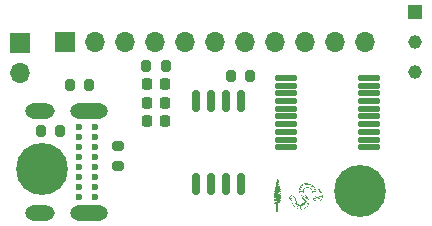
<source format=gbs>
%TF.GenerationSoftware,KiCad,Pcbnew,(6.0.2)*%
%TF.CreationDate,2022-05-02T21:41:20-07:00*%
%TF.ProjectId,hcms_dot_display_bottom,68636d73-5f64-46f7-945f-646973706c61,rev?*%
%TF.SameCoordinates,Original*%
%TF.FileFunction,Soldermask,Bot*%
%TF.FilePolarity,Negative*%
%FSLAX46Y46*%
G04 Gerber Fmt 4.6, Leading zero omitted, Abs format (unit mm)*
G04 Created by KiCad (PCBNEW (6.0.2)) date 2022-05-02 21:41:20*
%MOMM*%
%LPD*%
G01*
G04 APERTURE LIST*
G04 Aperture macros list*
%AMRoundRect*
0 Rectangle with rounded corners*
0 $1 Rounding radius*
0 $2 $3 $4 $5 $6 $7 $8 $9 X,Y pos of 4 corners*
0 Add a 4 corners polygon primitive as box body*
4,1,4,$2,$3,$4,$5,$6,$7,$8,$9,$2,$3,0*
0 Add four circle primitives for the rounded corners*
1,1,$1+$1,$2,$3*
1,1,$1+$1,$4,$5*
1,1,$1+$1,$6,$7*
1,1,$1+$1,$8,$9*
0 Add four rect primitives between the rounded corners*
20,1,$1+$1,$2,$3,$4,$5,0*
20,1,$1+$1,$4,$5,$6,$7,0*
20,1,$1+$1,$6,$7,$8,$9,0*
20,1,$1+$1,$8,$9,$2,$3,0*%
G04 Aperture macros list end*
%ADD10R,1.700000X1.700000*%
%ADD11O,1.700000X1.700000*%
%ADD12R,1.160000X1.160000*%
%ADD13C,1.160000*%
%ADD14C,0.600000*%
%ADD15O,3.200000X1.300000*%
%ADD16O,2.500000X1.300000*%
%ADD17RoundRect,0.200000X0.200000X0.275000X-0.200000X0.275000X-0.200000X-0.275000X0.200000X-0.275000X0*%
%ADD18RoundRect,0.125000X0.825000X0.125000X-0.825000X0.125000X-0.825000X-0.125000X0.825000X-0.125000X0*%
%ADD19RoundRect,0.200000X-0.200000X-0.275000X0.200000X-0.275000X0.200000X0.275000X-0.200000X0.275000X0*%
%ADD20RoundRect,0.225000X0.225000X0.250000X-0.225000X0.250000X-0.225000X-0.250000X0.225000X-0.250000X0*%
%ADD21RoundRect,0.225000X-0.225000X-0.250000X0.225000X-0.250000X0.225000X0.250000X-0.225000X0.250000X0*%
%ADD22RoundRect,0.150000X-0.150000X0.800000X-0.150000X-0.800000X0.150000X-0.800000X0.150000X0.800000X0*%
%ADD23C,0.700000*%
%ADD24C,4.400000*%
%ADD25RoundRect,0.200000X-0.275000X0.200000X-0.275000X-0.200000X0.275000X-0.200000X0.275000X0.200000X0*%
G04 APERTURE END LIST*
G36*
X185969501Y-126600203D02*
G01*
X185986259Y-126601407D01*
X186001430Y-126608427D01*
X186011928Y-126614522D01*
X186027021Y-126617929D01*
X186027409Y-126617940D01*
X186044067Y-126620220D01*
X186061001Y-126625181D01*
X186074598Y-126631495D01*
X186081247Y-126637838D01*
X186081602Y-126640338D01*
X186077579Y-126644121D01*
X186076679Y-126644153D01*
X186076676Y-126644155D01*
X186071847Y-126647190D01*
X186073793Y-126652199D01*
X186081125Y-126654929D01*
X186085156Y-126655081D01*
X186087529Y-126656707D01*
X186081218Y-126662096D01*
X186076411Y-126666225D01*
X186076468Y-126670346D01*
X186085458Y-126675226D01*
X186086753Y-126675777D01*
X186102035Y-126679735D01*
X186119506Y-126681356D01*
X186134287Y-126681919D01*
X186149581Y-126684681D01*
X186155779Y-126689262D01*
X186152367Y-126695122D01*
X186138831Y-126701721D01*
X186126187Y-126706994D01*
X186114694Y-126715181D01*
X186114665Y-126715202D01*
X186113723Y-126723224D01*
X186123325Y-126731124D01*
X186130303Y-126735110D01*
X186134000Y-126739333D01*
X186129415Y-126742529D01*
X186122134Y-126743472D01*
X186109817Y-126740279D01*
X186103482Y-126737179D01*
X186095819Y-126734798D01*
X186095428Y-126736757D01*
X186103733Y-126742529D01*
X186111133Y-126745444D01*
X186128149Y-126748896D01*
X186147617Y-126750320D01*
X186163098Y-126750655D01*
X186173183Y-126752194D01*
X186177372Y-126755979D01*
X186178204Y-126763069D01*
X186178043Y-126767152D01*
X186177706Y-126767796D01*
X186174790Y-126773367D01*
X186164905Y-126773088D01*
X186156024Y-126772810D01*
X186151607Y-126776171D01*
X186151625Y-126776882D01*
X186154823Y-126783294D01*
X186164828Y-126786973D01*
X186183517Y-126788654D01*
X186195560Y-126789740D01*
X186205257Y-126793738D01*
X186210590Y-126802279D01*
X186212402Y-126807224D01*
X186215054Y-126818423D01*
X186211756Y-126822058D01*
X186201795Y-126819528D01*
X186192767Y-126816519D01*
X186183193Y-126814675D01*
X186179896Y-126815885D01*
X186184853Y-126820086D01*
X186191015Y-126825624D01*
X186193949Y-126835492D01*
X186188902Y-126843561D01*
X186186251Y-126844284D01*
X186175411Y-126842170D01*
X186161419Y-126835951D01*
X186147938Y-126827454D01*
X186138630Y-126818504D01*
X186134489Y-126812875D01*
X186130857Y-126811583D01*
X186127662Y-126819684D01*
X186123241Y-126827301D01*
X186113846Y-126828620D01*
X186107639Y-126828391D01*
X186098696Y-126834783D01*
X186097373Y-126836946D01*
X186091813Y-126840772D01*
X186082750Y-126836903D01*
X186074862Y-126833283D01*
X186071816Y-126836142D01*
X186070668Y-126838759D01*
X186063837Y-126839014D01*
X186058772Y-126838599D01*
X186055858Y-126845423D01*
X186055583Y-126847325D01*
X186053104Y-126851531D01*
X186049797Y-126857142D01*
X186038867Y-126867457D01*
X186021876Y-126880019D01*
X186050627Y-126889792D01*
X186055278Y-126891416D01*
X186072235Y-126898224D01*
X186083576Y-126904211D01*
X186087827Y-126908468D01*
X186083519Y-126910089D01*
X186081327Y-126911081D01*
X186078682Y-126912278D01*
X186077208Y-126919667D01*
X186080573Y-126928334D01*
X186087997Y-126934097D01*
X186094997Y-126938260D01*
X186095338Y-126942657D01*
X186095711Y-126947458D01*
X186095672Y-126947586D01*
X186097150Y-126958176D01*
X186106543Y-126966869D01*
X186121160Y-126972097D01*
X186138314Y-126972292D01*
X186138723Y-126972227D01*
X186151412Y-126971640D01*
X186159000Y-126973658D01*
X186159656Y-126977103D01*
X186151547Y-126980798D01*
X186145736Y-126982865D01*
X186141353Y-126988094D01*
X186146585Y-126993779D01*
X186160880Y-126998851D01*
X186169899Y-127001845D01*
X186179535Y-127007867D01*
X186183468Y-127013886D01*
X186180695Y-127017867D01*
X186170212Y-127017776D01*
X186162861Y-127016727D01*
X186158412Y-127019239D01*
X186159893Y-127029103D01*
X186160369Y-127031107D01*
X186160701Y-127040468D01*
X186155157Y-127043074D01*
X186151282Y-127042551D01*
X186143628Y-127037754D01*
X186140313Y-127034059D01*
X186133570Y-127033266D01*
X186130330Y-127040414D01*
X186128580Y-127046848D01*
X186122384Y-127047905D01*
X186113590Y-127041793D01*
X186104189Y-127029355D01*
X186096041Y-127018428D01*
X186087725Y-127013136D01*
X186084906Y-127014542D01*
X186082288Y-127015848D01*
X186081543Y-127026771D01*
X186081987Y-127030660D01*
X186080117Y-127036313D01*
X186071429Y-127034972D01*
X186068075Y-127033984D01*
X186062108Y-127034065D01*
X186063139Y-127040513D01*
X186064382Y-127045621D01*
X186060831Y-127048046D01*
X186049316Y-127046654D01*
X186033943Y-127043489D01*
X186019873Y-127039980D01*
X186017177Y-127039245D01*
X186010540Y-127039165D01*
X186011134Y-127045092D01*
X186016114Y-127050526D01*
X186027303Y-127053712D01*
X186036465Y-127055788D01*
X186044967Y-127066347D01*
X186052838Y-127076593D01*
X186068988Y-127082586D01*
X186082113Y-127085769D01*
X186107197Y-127094565D01*
X186131425Y-127105801D01*
X186149975Y-127117403D01*
X186163201Y-127127806D01*
X186149344Y-127140648D01*
X186140111Y-127151941D01*
X186139076Y-127162840D01*
X186140235Y-127169116D01*
X186135167Y-127169150D01*
X186133232Y-127168401D01*
X186121629Y-127164297D01*
X186106392Y-127159227D01*
X186103688Y-127158277D01*
X186085671Y-127149144D01*
X186070666Y-127137604D01*
X186063348Y-127130364D01*
X186055189Y-127124056D01*
X186051441Y-127125462D01*
X186050539Y-127134327D01*
X186050401Y-127139215D01*
X186048219Y-127142722D01*
X186041230Y-127137717D01*
X186037536Y-127134977D01*
X186025291Y-127129196D01*
X186012125Y-127125951D01*
X186001564Y-127125886D01*
X185997132Y-127129646D01*
X185997099Y-127130067D01*
X185994564Y-127129956D01*
X185989314Y-127122165D01*
X185983579Y-127113666D01*
X185975131Y-127106050D01*
X185968263Y-127104313D01*
X185965429Y-127109733D01*
X185964009Y-127115191D01*
X185957367Y-127118242D01*
X185942822Y-127118967D01*
X185937929Y-127119272D01*
X185933513Y-127121085D01*
X185935514Y-127126895D01*
X185944108Y-127138505D01*
X185957210Y-127151570D01*
X185964338Y-127157137D01*
X185972331Y-127163379D01*
X185977671Y-127167063D01*
X185997091Y-127181510D01*
X186014649Y-127195844D01*
X186019882Y-127200288D01*
X186032376Y-127208666D01*
X186045578Y-127212425D01*
X186064422Y-127213294D01*
X186067969Y-127213307D01*
X186083613Y-127214079D01*
X186090798Y-127216401D01*
X186091357Y-127220785D01*
X186092281Y-127226064D01*
X186100272Y-127231083D01*
X186112618Y-127233308D01*
X186125846Y-127231646D01*
X186135711Y-127230319D01*
X186150384Y-127231796D01*
X186154003Y-127232781D01*
X186160070Y-127236029D01*
X186156803Y-127239967D01*
X186153419Y-127242937D01*
X186152951Y-127248327D01*
X186156440Y-127250400D01*
X186169229Y-127252945D01*
X186185980Y-127253222D01*
X186202379Y-127251305D01*
X186214110Y-127247270D01*
X186219552Y-127243976D01*
X186224919Y-127242594D01*
X186226078Y-127247747D01*
X186228005Y-127252465D01*
X186236717Y-127255848D01*
X186242926Y-127256238D01*
X186246561Y-127259014D01*
X186242846Y-127265743D01*
X186231423Y-127277919D01*
X186230141Y-127279170D01*
X186215925Y-127289528D01*
X186203496Y-127292879D01*
X186186023Y-127291951D01*
X186173888Y-127293263D01*
X186168785Y-127297834D01*
X186168867Y-127306383D01*
X186169698Y-127312536D01*
X186167046Y-127318394D01*
X186156632Y-127319681D01*
X186146001Y-127321428D01*
X186139686Y-127326187D01*
X186138471Y-127327653D01*
X186130716Y-127325886D01*
X186116635Y-127316318D01*
X186099081Y-127303183D01*
X186082895Y-127293264D01*
X186071856Y-127289971D01*
X186064716Y-127292738D01*
X186062760Y-127295471D01*
X186062868Y-127304840D01*
X186066214Y-127309042D01*
X186069924Y-127313702D01*
X186081747Y-127318731D01*
X186088356Y-127320763D01*
X186090572Y-127324778D01*
X186090445Y-127328363D01*
X186094849Y-127334373D01*
X186095812Y-127335688D01*
X186101687Y-127341742D01*
X186102247Y-127349022D01*
X186092391Y-127354480D01*
X186090742Y-127355023D01*
X186084794Y-127358545D01*
X186088402Y-127362736D01*
X186094291Y-127365296D01*
X186107153Y-127367474D01*
X186114423Y-127369048D01*
X186121614Y-127375534D01*
X186127206Y-127380819D01*
X186138793Y-127383513D01*
X186144507Y-127383679D01*
X186149504Y-127385731D01*
X186146288Y-127391492D01*
X186145526Y-127392294D01*
X186135065Y-127397444D01*
X186120369Y-127399641D01*
X186117424Y-127399672D01*
X186106966Y-127400276D01*
X186105514Y-127402561D01*
X186111686Y-127407830D01*
X186115406Y-127410789D01*
X186116814Y-127412896D01*
X186119018Y-127416193D01*
X186114345Y-127420878D01*
X186113884Y-127421153D01*
X186102776Y-127424649D01*
X186087775Y-127426324D01*
X186085172Y-127426385D01*
X186074968Y-127426952D01*
X186074361Y-127428556D01*
X186082455Y-127432184D01*
X186095205Y-127434776D01*
X186114941Y-127435045D01*
X186135958Y-127432801D01*
X186153551Y-127428301D01*
X186156765Y-127427177D01*
X186161271Y-127427942D01*
X186159709Y-127436320D01*
X186159034Y-127438584D01*
X186159004Y-127440434D01*
X186158912Y-127445993D01*
X186165744Y-127447151D01*
X186171250Y-127446671D01*
X186180134Y-127447195D01*
X186178913Y-127450762D01*
X186167638Y-127457664D01*
X186149094Y-127467537D01*
X186171405Y-127473544D01*
X186179488Y-127475992D01*
X186189445Y-127481253D01*
X186190711Y-127487386D01*
X186190205Y-127491930D01*
X186196253Y-127495220D01*
X186200455Y-127494529D01*
X186204801Y-127489901D01*
X186206037Y-127488236D01*
X186214835Y-127485615D01*
X186229307Y-127484581D01*
X186231163Y-127484586D01*
X186245128Y-127485314D01*
X186250853Y-127487903D01*
X186250493Y-127493235D01*
X186249760Y-127496167D01*
X186251463Y-127505841D01*
X186257267Y-127512809D01*
X186264428Y-127513149D01*
X186267164Y-127513149D01*
X186267261Y-127514584D01*
X186267616Y-127519857D01*
X186264720Y-127525816D01*
X186257073Y-127528440D01*
X186241860Y-127528223D01*
X186228027Y-127527790D01*
X186222657Y-127529310D01*
X186224771Y-127533276D01*
X186228334Y-127537466D01*
X186231190Y-127545180D01*
X186226879Y-127548414D01*
X186223436Y-127547236D01*
X186212921Y-127541483D01*
X186198952Y-127532553D01*
X186184524Y-127523149D01*
X186173971Y-127517661D01*
X186169811Y-127518225D01*
X186170725Y-127523145D01*
X186170984Y-127524537D01*
X186171597Y-127529699D01*
X186165498Y-127529287D01*
X186162697Y-127528353D01*
X186156927Y-127528626D01*
X186157607Y-127533077D01*
X186163570Y-127539407D01*
X186173648Y-127545320D01*
X186184194Y-127550285D01*
X186186113Y-127553828D01*
X186180297Y-127558018D01*
X186176144Y-127560698D01*
X186174258Y-127564918D01*
X186178211Y-127571668D01*
X186188843Y-127583446D01*
X186197646Y-127593357D01*
X186201037Y-127599261D01*
X186196822Y-127599063D01*
X186178799Y-127593329D01*
X186166676Y-127592135D01*
X186162246Y-127595668D01*
X186162873Y-127598094D01*
X186169400Y-127601608D01*
X186176945Y-127604642D01*
X186186688Y-127613008D01*
X186186699Y-127613020D01*
X186198542Y-127624109D01*
X186212780Y-127634763D01*
X186228738Y-127645117D01*
X186214453Y-127642784D01*
X186203445Y-127642292D01*
X186193333Y-127644675D01*
X186192829Y-127644947D01*
X186183143Y-127644645D01*
X186169429Y-127638351D01*
X186166569Y-127636594D01*
X186156549Y-127631226D01*
X186151212Y-127631510D01*
X186147057Y-127637279D01*
X186142824Y-127643030D01*
X186137777Y-127642271D01*
X186128624Y-127634420D01*
X186117989Y-127626754D01*
X186111899Y-127627901D01*
X186111358Y-127632567D01*
X186115177Y-127643673D01*
X186115801Y-127644732D01*
X186122573Y-127656231D01*
X186131208Y-127666505D01*
X186138742Y-127670759D01*
X186143095Y-127671693D01*
X186146080Y-127677293D01*
X186140968Y-127684058D01*
X186138515Y-127685888D01*
X186135635Y-127693634D01*
X186137472Y-127696027D01*
X186141699Y-127701535D01*
X186155597Y-127707789D01*
X186158442Y-127708603D01*
X186173090Y-127713554D01*
X186182875Y-127718038D01*
X186183303Y-127718325D01*
X186187384Y-127725212D01*
X186183923Y-127730909D01*
X186175374Y-127731131D01*
X186168856Y-127730682D01*
X186168765Y-127736945D01*
X186175855Y-127749380D01*
X186180483Y-127756837D01*
X186179515Y-127762107D01*
X186169808Y-127766667D01*
X186165010Y-127768325D01*
X186155493Y-127768769D01*
X186148409Y-127762035D01*
X186141644Y-127755830D01*
X186127859Y-127754531D01*
X186117651Y-127754701D01*
X186114371Y-127749008D01*
X186112149Y-127743798D01*
X186102841Y-127743923D01*
X186101184Y-127744360D01*
X186095058Y-127746759D01*
X186096336Y-127750523D01*
X186105501Y-127758253D01*
X186111357Y-127763144D01*
X186118568Y-127771467D01*
X186116391Y-127775863D01*
X186104797Y-127777147D01*
X186093472Y-127778545D01*
X186084445Y-127782604D01*
X186080513Y-127783889D01*
X186070701Y-127779571D01*
X186058304Y-127768598D01*
X186045220Y-127752429D01*
X186043859Y-127750657D01*
X186031963Y-127742610D01*
X186012146Y-127738484D01*
X186003103Y-127737637D01*
X185992934Y-127737523D01*
X185990080Y-127740036D01*
X185992426Y-127745979D01*
X185994998Y-127749602D01*
X186004239Y-127758601D01*
X186005477Y-127759807D01*
X186019533Y-127770402D01*
X186040437Y-127784236D01*
X186041267Y-127784785D01*
X186023296Y-127789753D01*
X186005324Y-127794721D01*
X186022882Y-127798616D01*
X186027688Y-127799732D01*
X186040490Y-127804028D01*
X186044331Y-127809110D01*
X186040522Y-127816292D01*
X186037315Y-127822657D01*
X186042859Y-127827060D01*
X186047531Y-127828609D01*
X186064663Y-127829587D01*
X186077136Y-127822362D01*
X186083609Y-127816914D01*
X186093416Y-127814137D01*
X186100833Y-127816789D01*
X186102311Y-127824562D01*
X186102497Y-127832248D01*
X186111000Y-127838339D01*
X186111579Y-127838525D01*
X186116720Y-127841090D01*
X186113583Y-127843623D01*
X186101073Y-127847089D01*
X186098459Y-127847680D01*
X186079460Y-127850288D01*
X186062508Y-127850338D01*
X186056109Y-127849831D01*
X186046743Y-127850889D01*
X186047444Y-127854877D01*
X186058420Y-127861244D01*
X186066038Y-127863443D01*
X186086179Y-127865043D01*
X186114273Y-127863969D01*
X186122636Y-127863372D01*
X186142513Y-127862671D01*
X186153530Y-127863824D01*
X186156926Y-127866919D01*
X186153331Y-127872499D01*
X186143308Y-127878337D01*
X186140164Y-127879651D01*
X186132646Y-127885334D01*
X186134084Y-127890081D01*
X186143123Y-127892673D01*
X186158406Y-127891894D01*
X186159952Y-127891649D01*
X186172228Y-127890205D01*
X186176070Y-127891593D01*
X186173282Y-127896354D01*
X186170117Y-127898992D01*
X186160891Y-127901942D01*
X186145048Y-127903258D01*
X186120607Y-127903196D01*
X186103934Y-127903075D01*
X186081161Y-127904206D01*
X186067351Y-127906932D01*
X186063041Y-127911115D01*
X186068769Y-127916616D01*
X186075556Y-127922747D01*
X186082700Y-127934712D01*
X186084916Y-127939931D01*
X186090113Y-127944800D01*
X186098934Y-127941769D01*
X186106292Y-127938942D01*
X186115332Y-127940880D01*
X186115826Y-127945332D01*
X186106782Y-127949453D01*
X186097636Y-127953610D01*
X186093094Y-127960115D01*
X186092670Y-127964844D01*
X186086996Y-127973270D01*
X186075640Y-127973662D01*
X186059788Y-127965816D01*
X186055707Y-127963261D01*
X186038875Y-127955720D01*
X186023764Y-127952686D01*
X186015821Y-127951725D01*
X186004901Y-127946894D01*
X185991314Y-127936746D01*
X185972925Y-127919906D01*
X185965501Y-127912920D01*
X185951170Y-127900331D01*
X185940598Y-127892275D01*
X185935664Y-127890248D01*
X185933742Y-127890856D01*
X185923902Y-127889956D01*
X185909421Y-127886414D01*
X185906119Y-127885432D01*
X185893069Y-127882266D01*
X185886420Y-127882967D01*
X185883145Y-127887678D01*
X185882548Y-127892642D01*
X185881922Y-127907535D01*
X185881427Y-127931010D01*
X185881059Y-127961922D01*
X185880811Y-127999128D01*
X185880679Y-128041484D01*
X185880657Y-128087847D01*
X185880740Y-128137073D01*
X185880922Y-128188017D01*
X185881198Y-128239537D01*
X185881564Y-128290488D01*
X185882012Y-128339727D01*
X185882539Y-128386110D01*
X185883139Y-128428494D01*
X185883806Y-128465734D01*
X185884536Y-128496687D01*
X185885322Y-128520210D01*
X185886160Y-128535157D01*
X185888935Y-128561648D01*
X185894205Y-128597625D01*
X185900830Y-128632591D01*
X185908288Y-128664145D01*
X185916056Y-128689886D01*
X185923613Y-128707415D01*
X185933989Y-128725411D01*
X185878872Y-128722960D01*
X185862344Y-128722036D01*
X185840751Y-128720207D01*
X185824542Y-128718072D01*
X185816342Y-128715927D01*
X185813825Y-128715023D01*
X185801705Y-128713412D01*
X185783086Y-128712585D01*
X185760844Y-128712710D01*
X185751764Y-128712870D01*
X185729237Y-128712450D01*
X185710697Y-128711000D01*
X185699460Y-128708734D01*
X185698920Y-128708517D01*
X185690683Y-128704914D01*
X185691724Y-128703488D01*
X185702724Y-128703055D01*
X185711069Y-128702223D01*
X185718317Y-128698310D01*
X185724863Y-128689044D01*
X185732951Y-128672131D01*
X185738739Y-128658257D01*
X185746750Y-128636156D01*
X185752177Y-128617608D01*
X185752920Y-128613199D01*
X185754665Y-128597467D01*
X185756843Y-128572768D01*
X185759385Y-128540177D01*
X185762224Y-128500767D01*
X185765293Y-128455614D01*
X185768525Y-128405791D01*
X185771850Y-128352373D01*
X185775203Y-128296433D01*
X185778514Y-128239047D01*
X185781717Y-128181288D01*
X185784745Y-128124231D01*
X185787529Y-128068950D01*
X185790001Y-128016519D01*
X185790727Y-128000950D01*
X185792488Y-127966342D01*
X185794269Y-127935253D01*
X185795955Y-127909460D01*
X185797435Y-127890741D01*
X185798596Y-127880875D01*
X185801769Y-127864917D01*
X185787362Y-127878215D01*
X185787131Y-127878428D01*
X185771720Y-127895058D01*
X185765656Y-127908039D01*
X185768599Y-127918094D01*
X185770149Y-127920271D01*
X185770090Y-127926664D01*
X185761310Y-127934114D01*
X185752678Y-127942264D01*
X185750593Y-127949668D01*
X185750691Y-127949961D01*
X185747689Y-127956651D01*
X185736838Y-127963266D01*
X185734391Y-127964325D01*
X185724430Y-127971180D01*
X185723420Y-127979355D01*
X185723798Y-127985308D01*
X185716907Y-127992426D01*
X185705444Y-127995197D01*
X185689791Y-127996763D01*
X185673808Y-127996981D01*
X185661116Y-127995807D01*
X185655337Y-127993195D01*
X185655077Y-127992726D01*
X185649225Y-127992771D01*
X185638871Y-127998008D01*
X185637231Y-127999011D01*
X185620936Y-128005331D01*
X185602871Y-128008133D01*
X185601152Y-128008162D01*
X185588552Y-128007604D01*
X185583676Y-128004400D01*
X185583905Y-127997017D01*
X185583537Y-127988579D01*
X185574962Y-127980331D01*
X185568406Y-127976942D01*
X185568652Y-127974334D01*
X185578445Y-127971330D01*
X185579172Y-127971138D01*
X185590412Y-127967046D01*
X185591737Y-127962232D01*
X185583764Y-127954772D01*
X185582222Y-127953569D01*
X185579111Y-127949750D01*
X185583543Y-127948019D01*
X185597062Y-127947536D01*
X185603013Y-127947303D01*
X185614931Y-127945332D01*
X185619670Y-127942047D01*
X185619273Y-127940206D01*
X185613287Y-127936728D01*
X185609729Y-127935760D01*
X185612941Y-127930690D01*
X185616157Y-127928492D01*
X185626035Y-127927453D01*
X185642957Y-127930690D01*
X185658440Y-127934379D01*
X185670795Y-127936343D01*
X185676683Y-127935226D01*
X185678183Y-127931050D01*
X185676111Y-127928240D01*
X185667544Y-127928749D01*
X185661047Y-127929705D01*
X185656905Y-127926448D01*
X185657372Y-127924352D01*
X185663555Y-127920601D01*
X185665450Y-127918508D01*
X185659953Y-127912677D01*
X185654570Y-127907904D01*
X185652869Y-127902540D01*
X185660088Y-127901141D01*
X185675477Y-127904120D01*
X185691307Y-127906708D01*
X185707556Y-127904767D01*
X185711278Y-127903466D01*
X185718789Y-127903366D01*
X185721732Y-127910767D01*
X185722967Y-127915441D01*
X185726369Y-127916740D01*
X185733670Y-127912305D01*
X185746836Y-127901402D01*
X185755222Y-127893619D01*
X185772051Y-127875262D01*
X185785402Y-127857430D01*
X185790163Y-127849546D01*
X185796692Y-127835087D01*
X185799762Y-127819229D01*
X185800528Y-127797383D01*
X185800525Y-127795829D01*
X185824450Y-127795829D01*
X185826633Y-127805379D01*
X185831181Y-127805961D01*
X185835329Y-127796762D01*
X185837310Y-127784236D01*
X185836199Y-127776318D01*
X185832620Y-127775946D01*
X185827562Y-127784662D01*
X185824450Y-127795829D01*
X185800525Y-127795829D01*
X185800518Y-127791294D01*
X185800084Y-127774611D01*
X185798425Y-127765593D01*
X185794750Y-127761900D01*
X185788263Y-127761189D01*
X185786097Y-127761027D01*
X185772931Y-127756732D01*
X185758694Y-127748422D01*
X185748103Y-127740608D01*
X185914652Y-127740608D01*
X185915858Y-127743635D01*
X185925534Y-127750550D01*
X185935717Y-127756782D01*
X185945011Y-127760678D01*
X185947223Y-127758601D01*
X185941492Y-127750550D01*
X185932640Y-127743698D01*
X185920720Y-127739946D01*
X185914652Y-127740608D01*
X185748103Y-127740608D01*
X185741389Y-127735655D01*
X185768350Y-127726700D01*
X185777129Y-127723508D01*
X185794311Y-127713831D01*
X185803247Y-127701033D01*
X185805679Y-127683078D01*
X185805586Y-127674743D01*
X185880691Y-127674743D01*
X185881475Y-127689758D01*
X185885876Y-127698499D01*
X185896013Y-127705199D01*
X185907220Y-127710375D01*
X185921864Y-127713563D01*
X185930097Y-127708831D01*
X185932529Y-127696027D01*
X185931356Y-127687094D01*
X185924590Y-127672888D01*
X185910387Y-127656017D01*
X185900760Y-127646570D01*
X185891773Y-127640452D01*
X186036790Y-127640452D01*
X186040784Y-127644821D01*
X186041982Y-127645529D01*
X186052567Y-127648924D01*
X186062256Y-127648653D01*
X186066497Y-127644732D01*
X186062964Y-127639255D01*
X186053253Y-127635918D01*
X186042114Y-127637091D01*
X186036790Y-127640452D01*
X185891773Y-127640452D01*
X185890852Y-127639825D01*
X185884854Y-127641844D01*
X185882723Y-127649772D01*
X185881792Y-127653237D01*
X185880693Y-127674612D01*
X185880691Y-127674743D01*
X185805586Y-127674743D01*
X185805511Y-127668100D01*
X185794808Y-127682438D01*
X185781888Y-127695871D01*
X185760082Y-127711092D01*
X185736696Y-127721394D01*
X185728887Y-127723530D01*
X185726672Y-127722302D01*
X185732706Y-127714932D01*
X185739302Y-127706760D01*
X185741249Y-127700963D01*
X185734862Y-127701673D01*
X185720216Y-127708927D01*
X185714516Y-127712445D01*
X185700327Y-127723867D01*
X185691282Y-127734978D01*
X185682218Y-127745684D01*
X185667980Y-127748777D01*
X185651814Y-127748777D01*
X185662339Y-127731748D01*
X185664013Y-127728996D01*
X185670313Y-127717671D01*
X185672864Y-127711357D01*
X185672310Y-127709685D01*
X185665988Y-127707945D01*
X185656012Y-127710129D01*
X185646686Y-127715547D01*
X185644864Y-127717091D01*
X185633378Y-127725169D01*
X185617804Y-127734632D01*
X185600764Y-127744075D01*
X185584880Y-127752093D01*
X185572772Y-127757279D01*
X185567063Y-127758230D01*
X185567054Y-127754801D01*
X185573134Y-127748199D01*
X185578736Y-127743435D01*
X185582909Y-127736047D01*
X185578527Y-127733275D01*
X185566740Y-127737115D01*
X185556646Y-127741880D01*
X185545859Y-127745009D01*
X185542666Y-127742545D01*
X185547858Y-127734592D01*
X185553477Y-127728038D01*
X185553806Y-127724524D01*
X185546023Y-127723953D01*
X185539044Y-127722719D01*
X185534560Y-127718022D01*
X185531125Y-127715987D01*
X185521449Y-127720682D01*
X185509157Y-127727447D01*
X185500212Y-127728164D01*
X185497324Y-127720724D01*
X185496320Y-127716568D01*
X185490347Y-127714854D01*
X185481680Y-127713842D01*
X185470399Y-127707562D01*
X185457429Y-127697593D01*
X185473387Y-127696672D01*
X185487062Y-127696334D01*
X185503486Y-127696829D01*
X185504301Y-127696877D01*
X185519391Y-127695244D01*
X185535744Y-127690337D01*
X185536023Y-127690220D01*
X185547812Y-127684153D01*
X185552129Y-127676723D01*
X185551936Y-127671833D01*
X185587747Y-127671833D01*
X185589589Y-127678509D01*
X185589847Y-127679161D01*
X185595007Y-127685817D01*
X185602700Y-127683984D01*
X185614411Y-127673355D01*
X185626965Y-127659992D01*
X185608689Y-127663480D01*
X185600107Y-127665178D01*
X185590471Y-127668004D01*
X185587747Y-127671833D01*
X185551936Y-127671833D01*
X185551607Y-127663465D01*
X185551096Y-127653282D01*
X185554263Y-127645399D01*
X185563422Y-127644439D01*
X185580166Y-127649631D01*
X185586635Y-127651747D01*
X185596175Y-127652347D01*
X185597232Y-127647684D01*
X185596081Y-127646442D01*
X185662225Y-127646442D01*
X185663938Y-127656185D01*
X185668903Y-127659992D01*
X185669066Y-127660117D01*
X185675548Y-127654761D01*
X185675836Y-127649772D01*
X185670543Y-127641082D01*
X185666352Y-127637210D01*
X185662913Y-127637182D01*
X185662225Y-127646442D01*
X185596081Y-127646442D01*
X185588978Y-127638777D01*
X185581840Y-127632594D01*
X185580558Y-127628618D01*
X185586946Y-127625801D01*
X185597239Y-127625069D01*
X185611334Y-127628069D01*
X185612585Y-127628533D01*
X185630773Y-127632887D01*
X185645916Y-127632487D01*
X185654754Y-127627383D01*
X185656057Y-127624255D01*
X185651983Y-127625300D01*
X185646060Y-127625639D01*
X185637561Y-127618142D01*
X185630457Y-127610895D01*
X185620698Y-127606553D01*
X185618634Y-127606434D01*
X185615639Y-127605121D01*
X185622330Y-127601608D01*
X185622437Y-127601562D01*
X185633108Y-127599228D01*
X185650613Y-127597469D01*
X185671220Y-127596662D01*
X185689488Y-127595907D01*
X185705823Y-127593570D01*
X185713387Y-127589953D01*
X185714475Y-127586871D01*
X185711041Y-127581531D01*
X185705014Y-127578328D01*
X185705505Y-127574193D01*
X185713949Y-127570982D01*
X185728849Y-127569691D01*
X185730544Y-127569687D01*
X185745290Y-127568675D01*
X185753264Y-127564780D01*
X185757969Y-127556404D01*
X185767120Y-127544590D01*
X185784434Y-127534549D01*
X185785048Y-127534302D01*
X185792427Y-127530680D01*
X186121989Y-127530680D01*
X186127659Y-127534375D01*
X186134617Y-127536896D01*
X186140175Y-127536413D01*
X186146288Y-127529796D01*
X186147205Y-127528668D01*
X186149665Y-127523145D01*
X186142949Y-127521899D01*
X186137278Y-127522496D01*
X186125894Y-127526478D01*
X186121989Y-127530680D01*
X185792427Y-127530680D01*
X185798140Y-127527876D01*
X185805153Y-127522326D01*
X185804986Y-127519034D01*
X185796539Y-127519378D01*
X185793273Y-127519977D01*
X185779714Y-127522083D01*
X185762803Y-127524400D01*
X185756470Y-127525536D01*
X185733499Y-127533307D01*
X185710096Y-127545757D01*
X185705404Y-127548771D01*
X185691542Y-127557161D01*
X185682585Y-127560551D01*
X185675362Y-127559620D01*
X185666700Y-127555048D01*
X185655931Y-127547559D01*
X185652455Y-127541411D01*
X185658998Y-127538501D01*
X185675424Y-127539078D01*
X185680308Y-127539553D01*
X185696601Y-127539070D01*
X185705622Y-127534100D01*
X185714876Y-127525906D01*
X185734974Y-127515444D01*
X185749810Y-127511178D01*
X185816487Y-127511178D01*
X185816719Y-127518001D01*
X185818661Y-127520827D01*
X185824171Y-127516957D01*
X185835104Y-127505859D01*
X185839077Y-127501455D01*
X185844759Y-127493183D01*
X185844079Y-127489901D01*
X185841931Y-127490220D01*
X185837764Y-127495220D01*
X185835769Y-127498312D01*
X185827125Y-127500540D01*
X185820248Y-127502288D01*
X185816487Y-127511178D01*
X185749810Y-127511178D01*
X185759617Y-127508358D01*
X185762178Y-127507816D01*
X185776680Y-127502521D01*
X185786030Y-127495583D01*
X185790895Y-127490273D01*
X185801858Y-127483068D01*
X185809975Y-127477364D01*
X185809571Y-127471372D01*
X185809015Y-127471203D01*
X185912970Y-127471203D01*
X185913104Y-127479756D01*
X185913107Y-127479771D01*
X185919942Y-127492154D01*
X185921317Y-127493183D01*
X185936172Y-127504298D01*
X185953132Y-127512660D01*
X185966147Y-127516374D01*
X185972657Y-127514584D01*
X185971424Y-127507189D01*
X185961978Y-127494281D01*
X185944735Y-127479601D01*
X185926403Y-127470985D01*
X185918035Y-127469305D01*
X185912970Y-127471203D01*
X185809015Y-127471203D01*
X185800528Y-127468623D01*
X185794324Y-127467142D01*
X185789890Y-127460644D01*
X185789613Y-127455780D01*
X185786469Y-127453023D01*
X185777026Y-127455894D01*
X185772923Y-127458431D01*
X185768612Y-127466647D01*
X185765219Y-127472861D01*
X185756174Y-127479611D01*
X185745871Y-127483837D01*
X185738753Y-127483092D01*
X185738369Y-127482279D01*
X185740411Y-127474864D01*
X185747117Y-127463610D01*
X185749365Y-127460296D01*
X185754109Y-127451057D01*
X185753379Y-127447346D01*
X185752744Y-127447434D01*
X185745845Y-127452388D01*
X185737196Y-127462601D01*
X185724579Y-127475258D01*
X185708907Y-127484729D01*
X185706071Y-127485921D01*
X185689308Y-127494679D01*
X185672864Y-127505361D01*
X185667832Y-127508924D01*
X185656539Y-127515702D01*
X185650096Y-127517756D01*
X185649856Y-127517695D01*
X185642256Y-127519269D01*
X185630412Y-127524423D01*
X185619463Y-127528885D01*
X185607902Y-127531778D01*
X185598765Y-127532643D01*
X185594671Y-127531245D01*
X185598238Y-127527344D01*
X185602878Y-127523328D01*
X185602586Y-127519066D01*
X185595738Y-127517917D01*
X185584740Y-127521011D01*
X185577061Y-127524217D01*
X185573001Y-127523698D01*
X185574437Y-127516555D01*
X185574685Y-127515750D01*
X185574701Y-127507892D01*
X185566521Y-127505859D01*
X185559916Y-127507027D01*
X185558865Y-127511773D01*
X185558956Y-127517505D01*
X185552470Y-127524050D01*
X185542063Y-127527055D01*
X185536573Y-127523632D01*
X185530238Y-127513903D01*
X185527607Y-127507463D01*
X185528014Y-127501201D01*
X185536034Y-127498279D01*
X185540692Y-127497332D01*
X185559739Y-127493211D01*
X185570775Y-127490078D01*
X185575876Y-127487203D01*
X185577115Y-127483860D01*
X185573856Y-127480557D01*
X185563508Y-127480623D01*
X185561909Y-127480912D01*
X185553328Y-127480889D01*
X185552869Y-127475924D01*
X185553991Y-127473166D01*
X185558556Y-127461974D01*
X185556775Y-127457072D01*
X185545199Y-127455325D01*
X185534048Y-127456876D01*
X185531674Y-127461974D01*
X185530472Y-127466580D01*
X185520443Y-127468623D01*
X185515189Y-127468478D01*
X185510055Y-127466463D01*
X185513230Y-127460707D01*
X185513272Y-127460657D01*
X185516824Y-127453686D01*
X185511222Y-127449499D01*
X185506958Y-127446877D01*
X185502644Y-127438798D01*
X185504637Y-127436135D01*
X185514359Y-127433054D01*
X185529222Y-127431427D01*
X185545911Y-127431369D01*
X185561111Y-127432995D01*
X185571509Y-127436417D01*
X185577679Y-127438237D01*
X185587426Y-127436657D01*
X185594758Y-127431908D01*
X185595231Y-127428339D01*
X185616143Y-127428339D01*
X185621994Y-127435657D01*
X185631303Y-127443287D01*
X185639630Y-127444907D01*
X185644429Y-127445018D01*
X185643596Y-127452699D01*
X185643564Y-127452801D01*
X185641767Y-127461634D01*
X185645066Y-127461696D01*
X185653942Y-127453000D01*
X185655770Y-127450835D01*
X185660224Y-127440434D01*
X185655662Y-127434386D01*
X185643212Y-127434622D01*
X185634014Y-127435312D01*
X185620931Y-127430744D01*
X185617456Y-127428185D01*
X185616143Y-127428339D01*
X185595231Y-127428339D01*
X185595568Y-127425801D01*
X185593451Y-127423648D01*
X185584939Y-127420971D01*
X185575961Y-127421926D01*
X185571795Y-127426382D01*
X185571378Y-127428306D01*
X185566476Y-127428728D01*
X185564071Y-127426310D01*
X185561157Y-127416864D01*
X185559598Y-127410118D01*
X185557901Y-127407331D01*
X185685887Y-127407331D01*
X185686557Y-127417200D01*
X185688865Y-127421806D01*
X185693380Y-127425648D01*
X185705363Y-127421168D01*
X185710099Y-127412896D01*
X185710094Y-127412628D01*
X185705519Y-127405142D01*
X185696197Y-127401405D01*
X185687758Y-127403727D01*
X185685887Y-127407331D01*
X185557901Y-127407331D01*
X185552989Y-127399263D01*
X185548552Y-127393193D01*
X185550982Y-127389578D01*
X185562298Y-127386613D01*
X185579775Y-127382987D01*
X185567546Y-127372878D01*
X185557143Y-127366581D01*
X185548593Y-127365350D01*
X185541476Y-127364239D01*
X185532070Y-127357104D01*
X185529101Y-127353778D01*
X185525826Y-127348533D01*
X185529930Y-127346543D01*
X185543044Y-127346188D01*
X185563816Y-127346099D01*
X185545199Y-127334220D01*
X185526581Y-127322341D01*
X185590413Y-127317021D01*
X185569136Y-127304782D01*
X185565005Y-127302406D01*
X185892580Y-127302406D01*
X185895620Y-127319587D01*
X185904035Y-127336654D01*
X185919919Y-127353671D01*
X185927388Y-127358805D01*
X185938277Y-127362817D01*
X185943167Y-127358559D01*
X185941477Y-127346230D01*
X185940834Y-127338212D01*
X185947517Y-127335639D01*
X185953597Y-127334373D01*
X185950535Y-127329256D01*
X185947071Y-127324017D01*
X185944152Y-127311850D01*
X185943355Y-127309042D01*
X186013303Y-127309042D01*
X186013305Y-127309108D01*
X186018057Y-127312821D01*
X186029261Y-127314362D01*
X186029460Y-127314361D01*
X186040597Y-127312777D01*
X186045220Y-127309042D01*
X186044999Y-127307573D01*
X186039566Y-127303723D01*
X186036682Y-127302260D01*
X186034859Y-127294414D01*
X186035487Y-127281035D01*
X186033693Y-127270612D01*
X186029261Y-127269147D01*
X186025582Y-127275794D01*
X186023942Y-127288079D01*
X186022386Y-127299108D01*
X186018623Y-127303723D01*
X186017351Y-127303877D01*
X186013303Y-127309042D01*
X185943355Y-127309042D01*
X185941575Y-127302765D01*
X185933789Y-127289370D01*
X185923263Y-127275837D01*
X185912526Y-127265369D01*
X185904110Y-127261168D01*
X185901093Y-127262171D01*
X185895767Y-127270598D01*
X185892779Y-127285043D01*
X185892580Y-127302406D01*
X185565005Y-127302406D01*
X185547858Y-127292544D01*
X185564940Y-127295299D01*
X185565833Y-127295435D01*
X185578338Y-127295606D01*
X185585372Y-127292634D01*
X185585471Y-127292486D01*
X185592858Y-127289243D01*
X185605526Y-127288819D01*
X185611504Y-127289203D01*
X185619856Y-127287507D01*
X185621591Y-127281116D01*
X185621620Y-127277762D01*
X185625384Y-127272678D01*
X185635552Y-127273371D01*
X185653425Y-127279786D01*
X185667286Y-127285358D01*
X185675029Y-127286682D01*
X185677817Y-127282329D01*
X185678183Y-127271448D01*
X185678372Y-127265587D01*
X185680872Y-127258041D01*
X185687492Y-127257753D01*
X185699020Y-127260597D01*
X185714089Y-127263853D01*
X185723949Y-127265362D01*
X185730031Y-127263510D01*
X185731377Y-127256084D01*
X185731397Y-127254538D01*
X185733483Y-127247894D01*
X185740686Y-127249780D01*
X185742397Y-127250486D01*
X185753817Y-127252393D01*
X185770461Y-127253083D01*
X185789159Y-127252686D01*
X185806741Y-127251333D01*
X185820039Y-127249153D01*
X185825883Y-127246278D01*
X185826071Y-127245598D01*
X185822764Y-127238263D01*
X185809322Y-127231394D01*
X185785494Y-127224858D01*
X185776408Y-127222876D01*
X185760411Y-127219760D01*
X185751689Y-127219195D01*
X185748059Y-127221244D01*
X185747335Y-127225972D01*
X185742952Y-127232602D01*
X185730765Y-127237743D01*
X185713699Y-127239818D01*
X185711964Y-127239761D01*
X185705488Y-127236497D01*
X185706450Y-127229847D01*
X185713692Y-127222088D01*
X185726057Y-127215499D01*
X185735637Y-127211750D01*
X185738549Y-127209269D01*
X185732465Y-127208379D01*
X185731430Y-127208391D01*
X185719159Y-127212441D01*
X185706684Y-127221545D01*
X185704872Y-127223286D01*
X185694452Y-127230961D01*
X185686978Y-127232930D01*
X185682747Y-127232864D01*
X185670391Y-127235610D01*
X185654384Y-127241030D01*
X185644431Y-127244433D01*
X185627325Y-127248372D01*
X185614993Y-127248842D01*
X185614765Y-127248800D01*
X185600993Y-127249967D01*
X185586016Y-127256127D01*
X185582717Y-127258055D01*
X185570065Y-127262745D01*
X185559673Y-127260374D01*
X185553149Y-127255054D01*
X185555266Y-127248972D01*
X185559501Y-127243774D01*
X185559801Y-127236999D01*
X185550518Y-127234571D01*
X185543619Y-127232638D01*
X185539822Y-127225658D01*
X185542463Y-127217293D01*
X185551393Y-127211523D01*
X185553651Y-127210891D01*
X185559584Y-127207165D01*
X185556454Y-127200738D01*
X185555742Y-127199821D01*
X185554102Y-127191693D01*
X185560969Y-127186403D01*
X185574455Y-127185544D01*
X185576866Y-127185566D01*
X185576004Y-127182997D01*
X185566476Y-127177382D01*
X185566405Y-127177347D01*
X185553037Y-127169024D01*
X185549457Y-127163023D01*
X185554993Y-127159744D01*
X185568970Y-127159588D01*
X185590716Y-127162956D01*
X185603917Y-127163730D01*
X185613975Y-127157893D01*
X185617319Y-127152571D01*
X185616070Y-127150632D01*
X185625676Y-127150632D01*
X185630309Y-127156331D01*
X185636785Y-127160628D01*
X185651042Y-127165562D01*
X185667629Y-127168594D01*
X185682467Y-127169059D01*
X185691481Y-127166293D01*
X185696004Y-127163124D01*
X185707439Y-127158573D01*
X185707774Y-127158488D01*
X185707879Y-127157137D01*
X185699205Y-127156003D01*
X185683502Y-127155325D01*
X185666500Y-127154660D01*
X185647956Y-127153196D01*
X185635628Y-127151351D01*
X185629205Y-127149917D01*
X185625676Y-127150632D01*
X185616070Y-127150632D01*
X185615316Y-127149461D01*
X185613352Y-127149754D01*
X185606124Y-127155180D01*
X185600130Y-127156226D01*
X185589568Y-127148667D01*
X185589413Y-127148521D01*
X185581142Y-127139953D01*
X185580255Y-127134775D01*
X185586114Y-127129439D01*
X185588769Y-127127423D01*
X185592605Y-127122207D01*
X185587754Y-127117545D01*
X185585086Y-127115705D01*
X185583487Y-127111180D01*
X185590439Y-127104626D01*
X185596173Y-127100493D01*
X185604017Y-127097131D01*
X185613121Y-127098302D01*
X185627704Y-127103926D01*
X185629570Y-127104681D01*
X185642445Y-127108142D01*
X185649124Y-127106586D01*
X185655648Y-127103124D01*
X185667858Y-127101587D01*
X185678732Y-127099939D01*
X185683502Y-127093855D01*
X185684154Y-127090190D01*
X185688549Y-127089741D01*
X185699230Y-127095150D01*
X185705705Y-127098343D01*
X185717875Y-127099935D01*
X185723968Y-127093092D01*
X185723115Y-127078419D01*
X185721890Y-127074285D01*
X185715849Y-127066364D01*
X185703552Y-127064351D01*
X185696028Y-127064099D01*
X185691083Y-127061984D01*
X185693995Y-127056548D01*
X185695047Y-127055162D01*
X185696021Y-127049957D01*
X185690238Y-127044455D01*
X185680594Y-127039305D01*
X185749257Y-127039305D01*
X185752654Y-127042625D01*
X185764907Y-127047506D01*
X185788250Y-127050422D01*
X185812497Y-127047367D01*
X185819938Y-127045247D01*
X185828525Y-127040887D01*
X185831874Y-127033074D01*
X185832445Y-127018218D01*
X185832445Y-127017840D01*
X185831969Y-127008096D01*
X185896277Y-127008096D01*
X185897706Y-127018218D01*
X185898133Y-127021242D01*
X185904691Y-127029206D01*
X185910743Y-127031414D01*
X185916000Y-127031455D01*
X185918946Y-127025786D01*
X185919213Y-127014542D01*
X185913719Y-127001590D01*
X185904701Y-126993446D01*
X185901210Y-126992632D01*
X185897314Y-126996137D01*
X185896277Y-127008096D01*
X185831969Y-127008096D01*
X185831732Y-127003253D01*
X185828967Y-126996835D01*
X185823145Y-126996210D01*
X185818261Y-126998324D01*
X185813728Y-127005909D01*
X185813721Y-127006236D01*
X185810988Y-127021326D01*
X185804757Y-127033042D01*
X185796941Y-127037754D01*
X185792677Y-127036615D01*
X185791813Y-127029775D01*
X185792741Y-127025721D01*
X185790374Y-127021796D01*
X185786846Y-127023093D01*
X185779251Y-127029775D01*
X185771768Y-127034914D01*
X185758652Y-127037916D01*
X185755464Y-127037999D01*
X185749257Y-127039305D01*
X185680594Y-127039305D01*
X185676106Y-127036908D01*
X185666117Y-127032207D01*
X185654618Y-127028284D01*
X185645491Y-127028790D01*
X185634376Y-127033352D01*
X185624013Y-127037004D01*
X185608802Y-127037939D01*
X185597500Y-127033565D01*
X185593073Y-127024518D01*
X185591136Y-127019906D01*
X185582445Y-127010170D01*
X185569136Y-126999385D01*
X185559483Y-126992265D01*
X185549193Y-126983665D01*
X185545199Y-126978804D01*
X185546553Y-126977188D01*
X185555324Y-126972810D01*
X185569550Y-126967906D01*
X185576991Y-126965486D01*
X185591237Y-126959503D01*
X185599365Y-126954132D01*
X185604802Y-126950469D01*
X185615155Y-126953075D01*
X185622302Y-126956079D01*
X185641618Y-126961083D01*
X185664919Y-126964730D01*
X185687863Y-126966422D01*
X185706110Y-126965565D01*
X185710375Y-126964799D01*
X185722855Y-126960936D01*
X185725400Y-126957287D01*
X185718502Y-126955208D01*
X185702655Y-126956055D01*
X185701364Y-126956230D01*
X185686709Y-126957342D01*
X185678535Y-126954922D01*
X185673211Y-126947975D01*
X185667197Y-126941140D01*
X185655242Y-126936686D01*
X185647890Y-126935595D01*
X185637189Y-126931183D01*
X185679295Y-126931183D01*
X185683396Y-126939217D01*
X185689039Y-126944554D01*
X185696332Y-126947137D01*
X185699460Y-126942657D01*
X185699024Y-126940498D01*
X185693717Y-126933392D01*
X185685878Y-126928038D01*
X185679956Y-126927821D01*
X185679295Y-126931183D01*
X185637189Y-126931183D01*
X185634907Y-126930242D01*
X185624153Y-126922595D01*
X185620063Y-126915763D01*
X185696801Y-126915763D01*
X185709359Y-126926224D01*
X185712057Y-126928356D01*
X185728612Y-126935769D01*
X185746038Y-126933152D01*
X185748585Y-126931495D01*
X185749495Y-126925239D01*
X185749659Y-126920369D01*
X185756103Y-126912830D01*
X185761440Y-126907364D01*
X185761477Y-126906976D01*
X185779860Y-126906976D01*
X185785454Y-126907849D01*
X185795890Y-126902994D01*
X185807346Y-126893524D01*
X185813145Y-126886152D01*
X185933513Y-126886152D01*
X185934419Y-126889870D01*
X185941333Y-126894131D01*
X185942538Y-126894287D01*
X185951243Y-126899589D01*
X185960951Y-126910089D01*
X185961302Y-126910562D01*
X185973077Y-126922877D01*
X185982370Y-126925269D01*
X185988797Y-126917633D01*
X185991108Y-126911081D01*
X185990815Y-126905782D01*
X185984214Y-126904770D01*
X185980488Y-126903764D01*
X185979315Y-126897179D01*
X185979444Y-126892196D01*
X185972127Y-126892229D01*
X185965301Y-126892272D01*
X185955097Y-126886522D01*
X185954535Y-126885865D01*
X185945188Y-126879246D01*
X185937015Y-126879322D01*
X185933513Y-126886152D01*
X185813145Y-126886152D01*
X185816775Y-126881538D01*
X185818596Y-126878656D01*
X185828916Y-126866726D01*
X185839050Y-126860337D01*
X185845597Y-126857601D01*
X185847081Y-126853801D01*
X185845017Y-126853134D01*
X185835770Y-126855781D01*
X185822472Y-126862751D01*
X185807943Y-126872273D01*
X185795002Y-126882575D01*
X185786470Y-126891885D01*
X185780998Y-126901691D01*
X185780961Y-126901758D01*
X185779860Y-126906976D01*
X185761477Y-126906976D01*
X185761987Y-126901691D01*
X185757024Y-126901270D01*
X185748278Y-126906576D01*
X185747304Y-126907385D01*
X185734402Y-126913170D01*
X185717659Y-126915586D01*
X185696801Y-126915763D01*
X185620063Y-126915763D01*
X185619670Y-126915107D01*
X185620799Y-126912630D01*
X185628269Y-126910089D01*
X185628292Y-126910089D01*
X185634364Y-126907088D01*
X185634326Y-126896791D01*
X185633957Y-126887695D01*
X185639025Y-126883492D01*
X185642017Y-126883003D01*
X185646267Y-126878041D01*
X185649791Y-126873034D01*
X185659732Y-126867471D01*
X185667947Y-126863806D01*
X185670011Y-126858874D01*
X185664731Y-126849429D01*
X185660136Y-126841789D01*
X185659603Y-126835788D01*
X185665893Y-126830982D01*
X185670795Y-126827509D01*
X185669155Y-126824697D01*
X185658235Y-126821894D01*
X185656761Y-126821581D01*
X185645545Y-126818452D01*
X185640947Y-126815771D01*
X185640970Y-126815607D01*
X185642113Y-126814246D01*
X185885638Y-126814246D01*
X185885990Y-126815682D01*
X185890916Y-126824092D01*
X185899797Y-126835671D01*
X185908081Y-126844714D01*
X185914258Y-126848173D01*
X185918372Y-126844608D01*
X185919082Y-126843595D01*
X185928073Y-126839944D01*
X185942043Y-126840854D01*
X185957318Y-126845677D01*
X185970226Y-126853763D01*
X185970272Y-126853801D01*
X185975459Y-126858112D01*
X185983837Y-126861913D01*
X185986706Y-126856896D01*
X185987507Y-126855494D01*
X185995506Y-126852682D01*
X186009314Y-126851553D01*
X186031921Y-126851531D01*
X186007984Y-126835618D01*
X185998547Y-126829840D01*
X185983635Y-126822545D01*
X185973142Y-126819683D01*
X185966302Y-126818753D01*
X185956554Y-126813977D01*
X185955826Y-126813327D01*
X185947082Y-126811545D01*
X185931973Y-126816190D01*
X185930241Y-126816909D01*
X185918171Y-126821076D01*
X185910862Y-126820225D01*
X185903965Y-126814019D01*
X185896721Y-126808250D01*
X185888904Y-126807468D01*
X185885638Y-126814246D01*
X185642113Y-126814246D01*
X185645197Y-126810573D01*
X185654523Y-126802533D01*
X185654926Y-126802217D01*
X185663581Y-126794562D01*
X185664516Y-126788909D01*
X185658513Y-126781033D01*
X185654954Y-126776934D01*
X185652561Y-126772517D01*
X185657347Y-126771746D01*
X185670977Y-126773632D01*
X185680437Y-126774746D01*
X185694163Y-126773429D01*
X185705553Y-126766608D01*
X185714898Y-126758816D01*
X185769828Y-126758816D01*
X185775035Y-126760884D01*
X185786237Y-126764033D01*
X185791780Y-126765220D01*
X185800131Y-126764280D01*
X185804090Y-126756655D01*
X185804198Y-126756244D01*
X185807047Y-126749426D01*
X185812604Y-126748488D01*
X185824323Y-126752765D01*
X185830328Y-126755025D01*
X185842822Y-126757514D01*
X185848325Y-126755488D01*
X185845630Y-126750229D01*
X185833527Y-126743017D01*
X185831667Y-126742215D01*
X185818879Y-126738888D01*
X186051518Y-126738888D01*
X186055878Y-126745521D01*
X186066737Y-126749699D01*
X186078622Y-126753579D01*
X186081851Y-126755488D01*
X186092305Y-126761668D01*
X186102134Y-126768445D01*
X186111128Y-126771650D01*
X186114042Y-126767796D01*
X186112886Y-126765241D01*
X186104927Y-126757386D01*
X186092164Y-126748007D01*
X186077843Y-126739185D01*
X186065211Y-126733002D01*
X186057512Y-126731540D01*
X186055132Y-126732700D01*
X186051518Y-126738888D01*
X185818879Y-126738888D01*
X185813098Y-126737384D01*
X185794697Y-126737142D01*
X185779743Y-126741166D01*
X185771515Y-126749133D01*
X185770156Y-126753361D01*
X185769828Y-126758816D01*
X185714898Y-126758816D01*
X185718078Y-126756164D01*
X185701374Y-126762261D01*
X185689964Y-126765230D01*
X185677128Y-126764428D01*
X185659760Y-126758844D01*
X185653668Y-126756283D01*
X185638395Y-126747226D01*
X185630257Y-126737951D01*
X185627121Y-126732082D01*
X185625326Y-126733220D01*
X185625279Y-126733787D01*
X185620945Y-126739206D01*
X185613287Y-126738673D01*
X185607308Y-126732413D01*
X185607151Y-126731979D01*
X185607253Y-126728020D01*
X185611649Y-126724837D01*
X185621912Y-126721978D01*
X185639616Y-126718989D01*
X185666334Y-126715417D01*
X185677193Y-126713761D01*
X185690605Y-126710710D01*
X185696885Y-126707817D01*
X185697225Y-126706538D01*
X185695786Y-126697418D01*
X185691134Y-126684006D01*
X185690605Y-126682686D01*
X186018649Y-126682686D01*
X186018874Y-126684130D01*
X186023552Y-126693453D01*
X186032374Y-126705294D01*
X186037777Y-126711307D01*
X186042778Y-126715181D01*
X186042302Y-126710613D01*
X186039826Y-126702869D01*
X186035936Y-126688006D01*
X186034093Y-126683119D01*
X186027952Y-126677000D01*
X186021572Y-126676476D01*
X186018649Y-126682686D01*
X185690605Y-126682686D01*
X185689374Y-126679614D01*
X185685523Y-126667857D01*
X185685034Y-126662094D01*
X185685869Y-126661825D01*
X185693735Y-126663373D01*
X185706452Y-126667988D01*
X185707425Y-126668392D01*
X185725607Y-126674498D01*
X185737654Y-126675654D01*
X185742015Y-126671697D01*
X185741644Y-126670762D01*
X185735447Y-126665212D01*
X185724238Y-126657669D01*
X185711437Y-126650173D01*
X185700462Y-126644766D01*
X185694736Y-126643487D01*
X185694543Y-126643605D01*
X185690360Y-126640960D01*
X185688874Y-126638422D01*
X185954790Y-126638422D01*
X185955255Y-126640293D01*
X185961932Y-126644654D01*
X185972950Y-126645780D01*
X185983677Y-126642945D01*
X185993002Y-126640395D01*
X186007039Y-126640998D01*
X186021282Y-126644155D01*
X186006061Y-126635678D01*
X185999721Y-126633037D01*
X185985463Y-126630456D01*
X185970822Y-126630621D01*
X185959398Y-126633341D01*
X185954790Y-126638422D01*
X185688874Y-126638422D01*
X185685786Y-126633146D01*
X185683584Y-126624794D01*
X185684545Y-126621393D01*
X185691773Y-126616709D01*
X185702060Y-126616245D01*
X185710555Y-126620733D01*
X185716123Y-126624954D01*
X185728304Y-126628163D01*
X185735992Y-126629320D01*
X185746648Y-126634812D01*
X185749183Y-126636902D01*
X185755393Y-126637044D01*
X185763670Y-126628903D01*
X185768601Y-126622345D01*
X185773686Y-126610579D01*
X185769485Y-126603764D01*
X185755903Y-126601566D01*
X185739762Y-126598738D01*
X185736447Y-126597088D01*
X185800528Y-126597088D01*
X185801625Y-126598425D01*
X185810188Y-126600676D01*
X185824466Y-126601566D01*
X185826185Y-126601562D01*
X185840333Y-126600719D01*
X185846837Y-126597575D01*
X185848403Y-126590927D01*
X185847774Y-126584758D01*
X185845030Y-126580288D01*
X185841013Y-126580709D01*
X185829173Y-126583742D01*
X185815869Y-126588468D01*
X185805016Y-126593410D01*
X185800528Y-126597088D01*
X185736447Y-126597088D01*
X185725800Y-126591789D01*
X185720104Y-126586067D01*
X185717219Y-126577011D01*
X185723262Y-126571536D01*
X185737135Y-126571599D01*
X185748530Y-126572163D01*
X185755614Y-126569164D01*
X185762380Y-126566295D01*
X185775068Y-126567240D01*
X185779839Y-126568182D01*
X185787973Y-126568158D01*
X185788651Y-126563561D01*
X185788578Y-126563364D01*
X185781284Y-126558498D01*
X185764626Y-126557979D01*
X185760785Y-126558144D01*
X185738238Y-126555507D01*
X185715626Y-126548167D01*
X185698250Y-126537739D01*
X185697400Y-126537021D01*
X185687497Y-126529924D01*
X185674193Y-126521538D01*
X185662938Y-126513458D01*
X185657339Y-126506050D01*
X185659467Y-126501886D01*
X185669699Y-126502555D01*
X185673826Y-126503474D01*
X185680146Y-126502735D01*
X185679852Y-126495666D01*
X185679501Y-126493453D01*
X185683247Y-126484969D01*
X185693275Y-126480603D01*
X185706152Y-126482122D01*
X185710637Y-126482917D01*
X185717908Y-126479496D01*
X185719664Y-126477540D01*
X185726683Y-126476947D01*
X185728767Y-126479766D01*
X185725558Y-126487801D01*
X185724948Y-126488552D01*
X185721335Y-126496256D01*
X185726397Y-126498563D01*
X185739484Y-126495129D01*
X185743785Y-126493367D01*
X185750346Y-126488547D01*
X185748096Y-126483174D01*
X185746211Y-126478809D01*
X185751009Y-126472998D01*
X185764518Y-126464994D01*
X185787230Y-126453104D01*
X185770129Y-126452864D01*
X185766417Y-126452571D01*
X185754895Y-126448656D01*
X185746665Y-126442004D01*
X185743884Y-126434937D01*
X185748707Y-126429780D01*
X185752629Y-126426637D01*
X185748665Y-126420308D01*
X185745813Y-126417128D01*
X185743047Y-126411932D01*
X185746576Y-126408999D01*
X185757846Y-126407701D01*
X185778301Y-126407409D01*
X185779742Y-126407407D01*
X185801391Y-126406497D01*
X185815242Y-126403571D01*
X185823896Y-126398100D01*
X185831637Y-126392363D01*
X185842577Y-126388791D01*
X185851730Y-126387485D01*
X185855882Y-126381761D01*
X185850250Y-126371935D01*
X185841537Y-126364647D01*
X185830396Y-126363464D01*
X185820571Y-126372833D01*
X185814116Y-126379249D01*
X185801909Y-126383472D01*
X185794405Y-126384481D01*
X185789890Y-126388053D01*
X185789760Y-126388744D01*
X185784376Y-126390736D01*
X185774209Y-126389587D01*
X185763558Y-126386169D01*
X185756725Y-126381349D01*
X185754035Y-126376638D01*
X185754259Y-126369656D01*
X185763862Y-126367513D01*
X185771547Y-126365769D01*
X185771781Y-126358943D01*
X185770936Y-126356340D01*
X185772505Y-126352456D01*
X185781851Y-126353725D01*
X185783039Y-126354012D01*
X185792542Y-126354413D01*
X185795209Y-126348683D01*
X185795950Y-126344791D01*
X185800296Y-126343433D01*
X185802499Y-126346547D01*
X185802054Y-126355715D01*
X185800646Y-126360271D01*
X185802372Y-126361141D01*
X185810129Y-126354843D01*
X185818361Y-126346016D01*
X185824352Y-126335956D01*
X185824936Y-126334640D01*
X185832938Y-126326944D01*
X185846058Y-126320249D01*
X185853839Y-126316803D01*
X185861817Y-126309716D01*
X185860391Y-126303360D01*
X185849316Y-126299321D01*
X185840387Y-126300313D01*
X185837764Y-126308630D01*
X185836493Y-126315632D01*
X185831162Y-126319565D01*
X185824466Y-126314320D01*
X185821332Y-126310658D01*
X185814316Y-126310219D01*
X185808626Y-126319266D01*
X185806084Y-126324473D01*
X185799269Y-126327574D01*
X185785660Y-126326525D01*
X185783553Y-126326174D01*
X185768441Y-126322119D01*
X185757973Y-126316901D01*
X185757398Y-126316436D01*
X185746692Y-126309311D01*
X185732706Y-126301526D01*
X185725671Y-126297556D01*
X185716944Y-126289964D01*
X185716955Y-126284500D01*
X185726129Y-126282403D01*
X185733964Y-126281278D01*
X185747151Y-126275964D01*
X185753338Y-126271345D01*
X185751999Y-126267769D01*
X185741760Y-126262923D01*
X185731201Y-126257436D01*
X185726941Y-126251247D01*
X185733217Y-126246150D01*
X185749994Y-126242230D01*
X185759875Y-126240391D01*
X185770928Y-126235614D01*
X185772624Y-126228009D01*
X185765783Y-126216224D01*
X185758878Y-126204992D01*
X185758290Y-126194867D01*
X185767128Y-126188376D01*
X185785900Y-126184726D01*
X185790354Y-126184260D01*
X185818174Y-126181179D01*
X185837260Y-126178427D01*
X185849249Y-126175434D01*
X185855783Y-126171630D01*
X185858500Y-126166446D01*
X185859042Y-126159312D01*
X185858724Y-126151425D01*
X185856064Y-126146676D01*
X185848976Y-126149112D01*
X185846402Y-126150181D01*
X185830896Y-126151908D01*
X185807751Y-126149897D01*
X185800787Y-126148824D01*
X185787791Y-126146209D01*
X185784048Y-126143887D01*
X185788560Y-126141417D01*
X185794219Y-126139264D01*
X185799758Y-126134221D01*
X185795287Y-126128389D01*
X185780581Y-126121199D01*
X185769048Y-126115981D01*
X185765747Y-126112340D01*
X185770350Y-126109265D01*
X185777073Y-126104583D01*
X185784567Y-126093575D01*
X185785578Y-126091365D01*
X185792231Y-126085097D01*
X185877883Y-126085097D01*
X185878386Y-126093395D01*
X185880545Y-126098853D01*
X185889171Y-126108779D01*
X185899933Y-126109763D01*
X185903592Y-126109936D01*
X185908037Y-126116468D01*
X185910057Y-126121728D01*
X185913907Y-126118989D01*
X185914182Y-126118474D01*
X185914246Y-126109141D01*
X185909692Y-126096450D01*
X185908334Y-126093936D01*
X185899571Y-126083676D01*
X185888206Y-126081495D01*
X185885144Y-126081824D01*
X185877883Y-126085097D01*
X185792231Y-126085097D01*
X185795228Y-126082274D01*
X185813801Y-126075509D01*
X185829486Y-126069890D01*
X185835918Y-126063677D01*
X185832395Y-126057933D01*
X185818707Y-126053600D01*
X185803188Y-126050870D01*
X185816024Y-126041853D01*
X185826245Y-126036349D01*
X185833312Y-126035588D01*
X185837127Y-126037260D01*
X185837623Y-126034572D01*
X185832802Y-126027463D01*
X185823782Y-126017995D01*
X185821984Y-126016289D01*
X185814205Y-126006208D01*
X185815405Y-125999430D01*
X185816233Y-125998723D01*
X185826730Y-125996121D01*
X185841385Y-125997864D01*
X185855790Y-126002980D01*
X185865538Y-126010495D01*
X185871377Y-126016433D01*
X185883508Y-126024681D01*
X185897349Y-126031633D01*
X185909463Y-126035631D01*
X185916415Y-126035021D01*
X185917415Y-126033215D01*
X185914054Y-126028725D01*
X185912205Y-126028018D01*
X185894549Y-126018298D01*
X185875571Y-126003945D01*
X185858920Y-125988016D01*
X185848243Y-125973567D01*
X185837891Y-125953275D01*
X185851751Y-125942372D01*
X185852682Y-125941658D01*
X185863744Y-125935530D01*
X185871635Y-125934929D01*
X185890817Y-125947408D01*
X185903062Y-125959740D01*
X185906916Y-125971582D01*
X185907275Y-125976984D01*
X185911446Y-125983065D01*
X185922874Y-125984519D01*
X185927998Y-125984689D01*
X185936611Y-125987645D01*
X185938832Y-125995892D01*
X185940861Y-126002902D01*
X185948673Y-126016111D01*
X185960342Y-126030601D01*
X185969603Y-126041587D01*
X185977006Y-126052829D01*
X185978575Y-126059237D01*
X185978558Y-126059264D01*
X185973319Y-126059522D01*
X185965221Y-126052455D01*
X185964859Y-126052024D01*
X185957696Y-126045501D01*
X185954967Y-126047598D01*
X185952073Y-126052165D01*
X185941492Y-126051486D01*
X185937121Y-126050530D01*
X185929122Y-126050433D01*
X185929111Y-126053587D01*
X185936125Y-126058480D01*
X185949204Y-126063601D01*
X185964221Y-126070420D01*
X185979519Y-126083437D01*
X185988818Y-126098932D01*
X185989597Y-126109141D01*
X185989988Y-126114258D01*
X185989450Y-126116751D01*
X185990890Y-126126058D01*
X186000772Y-126132843D01*
X186008972Y-126137576D01*
X186012634Y-126144928D01*
X186011536Y-126158246D01*
X186011106Y-126160781D01*
X186008312Y-126173446D01*
X186005772Y-126180001D01*
X186004142Y-126180396D01*
X185994978Y-126178652D01*
X185981213Y-126173907D01*
X185972735Y-126170565D01*
X185963800Y-126167778D01*
X185961175Y-126169344D01*
X185962591Y-126175453D01*
X185963454Y-126182018D01*
X185960305Y-126189194D01*
X185959365Y-126190200D01*
X185960584Y-126198028D01*
X185968800Y-126211051D01*
X185972809Y-126216227D01*
X185980578Y-126224482D01*
X185986783Y-126225860D01*
X185994701Y-126221710D01*
X186006303Y-126217705D01*
X186015237Y-126222450D01*
X186018623Y-126235593D01*
X186020290Y-126241367D01*
X186029261Y-126245168D01*
X186035907Y-126246374D01*
X186039802Y-126251749D01*
X186034494Y-126258520D01*
X186032825Y-126259740D01*
X186031326Y-126265298D01*
X186037910Y-126269868D01*
X186050539Y-126271765D01*
X186052142Y-126271790D01*
X186065062Y-126274620D01*
X186070691Y-126280926D01*
X186067354Y-126288993D01*
X186067172Y-126289151D01*
X186059310Y-126291345D01*
X186043601Y-126293197D01*
X186022658Y-126294632D01*
X185999091Y-126295574D01*
X185975515Y-126295949D01*
X185954542Y-126295681D01*
X185938784Y-126294696D01*
X185930853Y-126292918D01*
X185929907Y-126292364D01*
X185920023Y-126289073D01*
X185905586Y-126286136D01*
X185902118Y-126285616D01*
X185890944Y-126284842D01*
X185886578Y-126288183D01*
X185886012Y-126297366D01*
X185887149Y-126308556D01*
X185890545Y-126322299D01*
X185892832Y-126327793D01*
X185895376Y-126329276D01*
X185898508Y-126320969D01*
X185903912Y-126311542D01*
X185912219Y-126310089D01*
X185921171Y-126318888D01*
X185922397Y-126320451D01*
X185932246Y-126327496D01*
X185947217Y-126334659D01*
X185963716Y-126340599D01*
X185978150Y-126343974D01*
X185986924Y-126343442D01*
X185990119Y-126343990D01*
X185992026Y-126351664D01*
X185992780Y-126358144D01*
X185997509Y-126361020D01*
X186009314Y-126359343D01*
X186009535Y-126359295D01*
X186023577Y-126355121D01*
X186033251Y-126350290D01*
X186038833Y-126348121D01*
X186039410Y-126354684D01*
X186034712Y-126369827D01*
X186032212Y-126377547D01*
X186034095Y-126382522D01*
X186044335Y-126383472D01*
X186056150Y-126385152D01*
X186068908Y-126390611D01*
X186074602Y-126395373D01*
X186074483Y-126399913D01*
X186066082Y-126406569D01*
X186055266Y-126412437D01*
X186043935Y-126415388D01*
X186041979Y-126415466D01*
X186036780Y-126418704D01*
X186037716Y-126428686D01*
X186038390Y-126431450D01*
X186038886Y-126437482D01*
X186035319Y-126440566D01*
X186025498Y-126441633D01*
X186007231Y-126441611D01*
X185990950Y-126440986D01*
X185973610Y-126439282D01*
X185962769Y-126436949D01*
X185956031Y-126435431D01*
X185944980Y-126438390D01*
X185943937Y-126439163D01*
X185936897Y-126440031D01*
X185928687Y-126432000D01*
X185924497Y-126426821D01*
X185918692Y-126423309D01*
X185913138Y-126427598D01*
X185910263Y-126432835D01*
X185909883Y-126443527D01*
X185912892Y-126448067D01*
X185923569Y-126457874D01*
X185937962Y-126468034D01*
X185952294Y-126475999D01*
X185962787Y-126479220D01*
X185969264Y-126482241D01*
X185975802Y-126491820D01*
X185977894Y-126495639D01*
X185985056Y-126501892D01*
X185997690Y-126507777D01*
X186017066Y-126513723D01*
X186044455Y-126520161D01*
X186081125Y-126527522D01*
X186097098Y-126531069D01*
X186109588Y-126534905D01*
X186114371Y-126537891D01*
X186114366Y-126538104D01*
X186109474Y-126543635D01*
X186097913Y-126546344D01*
X186083362Y-126545345D01*
X186074622Y-126543682D01*
X186072828Y-126544981D01*
X186079795Y-126551296D01*
X186083398Y-126554406D01*
X186086215Y-126558115D01*
X186081523Y-126558717D01*
X186067827Y-126556915D01*
X186064156Y-126556387D01*
X186051762Y-126555404D01*
X186046387Y-126557726D01*
X186045220Y-126564267D01*
X186044695Y-126571663D01*
X186041598Y-126574176D01*
X186033648Y-126571721D01*
X186018567Y-126564302D01*
X186008744Y-126559624D01*
X186001205Y-126557637D01*
X186000538Y-126561142D01*
X186000128Y-126564652D01*
X185992816Y-126567583D01*
X185979750Y-126567742D01*
X185963593Y-126565398D01*
X185947006Y-126560820D01*
X185932651Y-126554278D01*
X185921393Y-126548579D01*
X185911224Y-126547474D01*
X185907989Y-126554328D01*
X185911948Y-126568957D01*
X185912311Y-126569806D01*
X185925136Y-126586537D01*
X185933389Y-126590927D01*
X185944982Y-126597094D01*
X185969501Y-126600203D01*
G37*
G36*
X185920802Y-127896093D02*
G01*
X185922874Y-127904653D01*
X185923004Y-127906083D01*
X185928262Y-127916470D01*
X185938832Y-127926930D01*
X185945946Y-127932429D01*
X185953320Y-127940910D01*
X185952144Y-127949014D01*
X185942822Y-127960087D01*
X185930853Y-127972426D01*
X185922015Y-127955907D01*
X185921625Y-127955155D01*
X185916991Y-127941905D01*
X185914099Y-127925918D01*
X185913161Y-127910458D01*
X185914390Y-127898788D01*
X185917998Y-127894173D01*
X185920802Y-127896093D01*
G37*
G36*
X185526792Y-127653109D02*
G01*
X185537129Y-127660021D01*
X185539987Y-127663346D01*
X185543652Y-127671287D01*
X185539678Y-127678981D01*
X185532298Y-127684208D01*
X185518996Y-127683363D01*
X185517725Y-127683015D01*
X185502296Y-127680706D01*
X185484769Y-127680283D01*
X185472189Y-127680366D01*
X185468006Y-127678360D01*
X185470792Y-127673341D01*
X185475334Y-127669192D01*
X185484677Y-127665440D01*
X185488082Y-127664521D01*
X185492005Y-127657461D01*
X185493270Y-127653763D01*
X185501288Y-127649777D01*
X185513653Y-127649627D01*
X185526792Y-127653109D01*
G37*
G36*
X187722424Y-128269024D02*
G01*
X187728410Y-128303094D01*
X187723793Y-128331440D01*
X187710548Y-128337764D01*
X187700888Y-128326249D01*
X187692686Y-128292055D01*
X187695892Y-128272298D01*
X187710548Y-128257384D01*
X187722424Y-128269024D01*
G37*
G36*
X188471521Y-128128893D02*
G01*
X188416398Y-128196457D01*
X188349556Y-128259822D01*
X188300612Y-128300661D01*
X188251875Y-128342025D01*
X188219620Y-128370207D01*
X188182182Y-128400975D01*
X188097995Y-128451620D01*
X188016986Y-128477794D01*
X188012394Y-128478524D01*
X187970505Y-128487332D01*
X187948484Y-128495773D01*
X187934850Y-128499614D01*
X187900017Y-128497339D01*
X187862685Y-128492845D01*
X187802574Y-128487942D01*
X187732828Y-128483711D01*
X187701232Y-128481775D01*
X187630698Y-128472396D01*
X187572784Y-128453335D01*
X187510582Y-128419722D01*
X187493839Y-128409352D01*
X187354581Y-128304429D01*
X187244904Y-128185009D01*
X187241062Y-128179769D01*
X187204718Y-128123808D01*
X187167786Y-128057811D01*
X187135242Y-127991799D01*
X187112066Y-127935794D01*
X187103234Y-127899816D01*
X187099528Y-127862881D01*
X187073084Y-127782051D01*
X187026867Y-127701529D01*
X186967604Y-127634475D01*
X186913532Y-127579125D01*
X186880559Y-127518765D01*
X186879923Y-127478122D01*
X186924613Y-127478122D01*
X186924704Y-127484822D01*
X186929958Y-127527846D01*
X186940809Y-127550799D01*
X186948833Y-127549235D01*
X186947657Y-127525060D01*
X186947894Y-127499250D01*
X186964952Y-127489574D01*
X186988186Y-127508881D01*
X186989418Y-127510505D01*
X187016531Y-127520967D01*
X187060689Y-127521399D01*
X187105038Y-127521521D01*
X187121097Y-127536350D01*
X187119928Y-127543283D01*
X187097489Y-127564283D01*
X187056340Y-127573879D01*
X187009458Y-127568353D01*
X187003671Y-127566585D01*
X186986681Y-127564280D01*
X186993384Y-127576777D01*
X187025477Y-127608319D01*
X187050044Y-127635458D01*
X187078459Y-127681916D01*
X187106392Y-127748167D01*
X187137506Y-127841847D01*
X187171797Y-127940752D01*
X187215789Y-128042281D01*
X187259918Y-128120162D01*
X187314029Y-128190065D01*
X187398852Y-128277375D01*
X187489894Y-128351438D01*
X187576457Y-128402706D01*
X187599993Y-128411743D01*
X187670199Y-128428704D01*
X187741365Y-128435614D01*
X187793082Y-128435178D01*
X187820206Y-128430394D01*
X187825828Y-128416859D01*
X187817279Y-128390188D01*
X187813960Y-128380025D01*
X187803906Y-128326804D01*
X187799859Y-128266207D01*
X187797058Y-128224219D01*
X187790100Y-128202524D01*
X187825147Y-128202524D01*
X187828721Y-128272379D01*
X187841974Y-128342581D01*
X187865111Y-128404747D01*
X187866505Y-128407457D01*
X187872961Y-128416859D01*
X187886141Y-128436052D01*
X187912539Y-128448850D01*
X187954800Y-128447535D01*
X188022029Y-128433793D01*
X188023152Y-128433525D01*
X188080571Y-128410483D01*
X188149932Y-128368980D01*
X188225196Y-128314346D01*
X188300320Y-128251914D01*
X188369266Y-128187014D01*
X188425992Y-128124978D01*
X188464457Y-128071137D01*
X188478621Y-128030821D01*
X188477220Y-128025975D01*
X188453808Y-128007072D01*
X188410690Y-127990399D01*
X188382969Y-127980249D01*
X188323314Y-127948058D01*
X188266618Y-127906933D01*
X188238041Y-127883773D01*
X188195827Y-127858330D01*
X188172135Y-127860102D01*
X188168417Y-127864720D01*
X188166403Y-127897664D01*
X188190615Y-127940520D01*
X188237369Y-127986172D01*
X188268124Y-128013165D01*
X188280813Y-128035614D01*
X188261510Y-128043038D01*
X188247293Y-128036845D01*
X188213414Y-128010547D01*
X188172005Y-127970634D01*
X188163161Y-127961420D01*
X188125606Y-127926040D01*
X188103796Y-127915278D01*
X188092410Y-127926161D01*
X188092485Y-127942707D01*
X188108693Y-127982241D01*
X188137829Y-128027827D01*
X188172084Y-128067899D01*
X188203647Y-128090891D01*
X188214423Y-128096606D01*
X188228551Y-128116398D01*
X188226061Y-128128014D01*
X188206797Y-128130065D01*
X188170284Y-128104702D01*
X188118676Y-128053166D01*
X188093026Y-128026605D01*
X188048978Y-127991307D01*
X188019759Y-127984288D01*
X188019164Y-127984526D01*
X188002319Y-128008261D01*
X188003886Y-128050080D01*
X188021614Y-128099194D01*
X188053252Y-128144817D01*
X188055118Y-128146829D01*
X188077751Y-128177718D01*
X188081091Y-128196452D01*
X188075885Y-128197939D01*
X188053179Y-128183824D01*
X188022634Y-128151120D01*
X187991695Y-128108492D01*
X187967808Y-128064606D01*
X187967569Y-128064051D01*
X187953424Y-128037411D01*
X187942049Y-128036206D01*
X187930555Y-128063702D01*
X187916057Y-128123166D01*
X187909097Y-128150414D01*
X187899859Y-128162202D01*
X187886805Y-128145352D01*
X187878976Y-128125024D01*
X187880326Y-128096483D01*
X187883113Y-128089724D01*
X187872990Y-128078763D01*
X187870476Y-128078891D01*
X187846227Y-128097395D01*
X187831050Y-128141401D01*
X187825147Y-128202524D01*
X187790100Y-128202524D01*
X187784050Y-128183658D01*
X187763091Y-128171804D01*
X187737128Y-128192138D01*
X187712880Y-128217322D01*
X187698118Y-128216919D01*
X187700670Y-128188920D01*
X187698886Y-128160134D01*
X187666360Y-128135812D01*
X187638131Y-128125690D01*
X187616218Y-128133114D01*
X187594655Y-128167666D01*
X187575612Y-128213637D01*
X187567651Y-128251139D01*
X187563739Y-128270686D01*
X187547357Y-128262098D01*
X187540037Y-128249775D01*
X187542645Y-128218026D01*
X187564903Y-128165326D01*
X187571876Y-128150626D01*
X187589337Y-128099569D01*
X187585681Y-128071786D01*
X187565992Y-128064235D01*
X187528994Y-128073016D01*
X187492474Y-128097636D01*
X187469754Y-128131260D01*
X187459422Y-128153299D01*
X187441412Y-128168074D01*
X187429751Y-128164902D01*
X187425546Y-128143523D01*
X187443238Y-128107766D01*
X187480274Y-128064444D01*
X187494872Y-128049163D01*
X187520181Y-128014809D01*
X187525356Y-127993272D01*
X187508981Y-127984281D01*
X187470019Y-127985052D01*
X187424405Y-127997773D01*
X187386337Y-128019741D01*
X187366106Y-128032247D01*
X187346344Y-128028364D01*
X187347122Y-128006243D01*
X187376510Y-127981805D01*
X187430213Y-127961934D01*
X187463391Y-127947394D01*
X187474768Y-127921593D01*
X187460094Y-127900280D01*
X187421391Y-127881612D01*
X187373586Y-127875118D01*
X187331205Y-127884547D01*
X187308109Y-127893544D01*
X187285983Y-127892360D01*
X187281878Y-127885819D01*
X187290827Y-127866235D01*
X187322959Y-127849304D01*
X187369273Y-127840618D01*
X187371780Y-127840470D01*
X187409506Y-127834323D01*
X187424961Y-127824227D01*
X187424753Y-127795835D01*
X187412328Y-127779918D01*
X187379091Y-127760035D01*
X187360802Y-127748989D01*
X187345064Y-127727206D01*
X187351813Y-127712408D01*
X187380670Y-127715280D01*
X187396743Y-127718250D01*
X187405269Y-127705872D01*
X187402102Y-127670701D01*
X187387599Y-127607134D01*
X187356389Y-127531976D01*
X187303525Y-127460663D01*
X187236851Y-127401178D01*
X187163522Y-127358693D01*
X187090690Y-127338378D01*
X187025510Y-127345404D01*
X187020979Y-127347191D01*
X186991922Y-127368138D01*
X186991161Y-127401054D01*
X186993964Y-127413076D01*
X186990623Y-127431914D01*
X186962952Y-127427624D01*
X186938765Y-127423268D01*
X186927104Y-127437028D01*
X186924613Y-127478122D01*
X186879923Y-127478122D01*
X186879620Y-127458733D01*
X186909467Y-127393871D01*
X186918395Y-127380984D01*
X186980823Y-127322858D01*
X187055909Y-127295946D01*
X187137966Y-127301235D01*
X187221311Y-127339712D01*
X187245104Y-127356093D01*
X187320663Y-127416220D01*
X187372159Y-127476849D01*
X187407009Y-127548592D01*
X187432629Y-127642062D01*
X187442020Y-127682787D01*
X187486322Y-127826389D01*
X187542510Y-127940706D01*
X187612500Y-128029868D01*
X187650903Y-128065323D01*
X187709698Y-128102476D01*
X187760045Y-128108110D01*
X187805313Y-128083154D01*
X187820464Y-128070378D01*
X187868094Y-128035088D01*
X187922466Y-127999080D01*
X187948602Y-127981927D01*
X188014458Y-127933504D01*
X188074295Y-127883710D01*
X188104845Y-127857321D01*
X188149327Y-127823280D01*
X188180055Y-127805162D01*
X188199314Y-127795239D01*
X188201385Y-127777451D01*
X188184604Y-127740753D01*
X188158228Y-127704216D01*
X188112428Y-127655664D01*
X188058013Y-127607040D01*
X187953667Y-127512177D01*
X187838685Y-127372072D01*
X187757218Y-127220621D01*
X187708730Y-127056761D01*
X187697767Y-126935584D01*
X187728410Y-126935584D01*
X187804324Y-126935858D01*
X187819725Y-126936196D01*
X187871960Y-126942009D01*
X187908190Y-126952914D01*
X187921889Y-126966155D01*
X187906531Y-126978981D01*
X187898933Y-126980964D01*
X187857698Y-126984681D01*
X187803767Y-126983868D01*
X187772144Y-126982156D01*
X187741566Y-126984667D01*
X187733227Y-126999570D01*
X187738666Y-127033286D01*
X187746512Y-127065713D01*
X187763229Y-127096981D01*
X187792700Y-127102859D01*
X187844708Y-127088437D01*
X187862008Y-127082869D01*
X187905591Y-127072514D01*
X187929604Y-127072461D01*
X187932542Y-127074510D01*
X187935843Y-127092518D01*
X187908000Y-127112726D01*
X187852691Y-127132271D01*
X187818100Y-127142817D01*
X187788982Y-127161342D01*
X187787306Y-127190614D01*
X187809249Y-127240128D01*
X187828555Y-127273126D01*
X187850577Y-127289242D01*
X187881947Y-127282897D01*
X187932804Y-127255339D01*
X187966096Y-127237127D01*
X187989864Y-127230766D01*
X187996343Y-127243595D01*
X187995148Y-127249244D01*
X187973686Y-127275592D01*
X187933825Y-127303008D01*
X187920667Y-127310308D01*
X187885585Y-127332506D01*
X187871705Y-127346010D01*
X187871717Y-127346185D01*
X187882173Y-127365914D01*
X187906089Y-127399577D01*
X187940077Y-127443809D01*
X188011559Y-127403634D01*
X188034198Y-127391922D01*
X188076000Y-127378033D01*
X188093292Y-127383354D01*
X188082603Y-127403993D01*
X188040463Y-127436056D01*
X188007265Y-127458700D01*
X187990498Y-127480184D01*
X187997883Y-127500099D01*
X188036541Y-127522225D01*
X188088891Y-127518606D01*
X188144114Y-127489311D01*
X188145167Y-127488487D01*
X188182414Y-127463810D01*
X188209041Y-127453587D01*
X188223489Y-127456018D01*
X188227002Y-127471456D01*
X188203253Y-127497805D01*
X188154952Y-127531175D01*
X188124098Y-127549956D01*
X188098959Y-127569120D01*
X188098567Y-127581925D01*
X188119067Y-127595247D01*
X188126655Y-127599008D01*
X188163579Y-127605171D01*
X188209395Y-127588222D01*
X188211245Y-127587258D01*
X188250555Y-127563199D01*
X188273128Y-127543025D01*
X188273149Y-127542990D01*
X188295744Y-127527502D01*
X188322687Y-127527350D01*
X188335724Y-127542644D01*
X188331834Y-127550925D01*
X188306012Y-127576554D01*
X188263974Y-127607735D01*
X188234848Y-127627418D01*
X188209586Y-127648721D01*
X188208173Y-127663465D01*
X188226613Y-127679303D01*
X188245608Y-127698752D01*
X188251680Y-127739031D01*
X188248553Y-127757568D01*
X188256259Y-127774453D01*
X188284333Y-127787123D01*
X188340189Y-127800748D01*
X188352194Y-127803677D01*
X188385917Y-127818512D01*
X188388418Y-127832402D01*
X188363107Y-127840572D01*
X188313396Y-127838245D01*
X188237482Y-127826796D01*
X188300000Y-127880701D01*
X188332304Y-127906723D01*
X188395304Y-127945355D01*
X188445453Y-127958665D01*
X188478387Y-127945078D01*
X188489513Y-127926536D01*
X188505754Y-127870449D01*
X188512308Y-127801247D01*
X188507181Y-127733584D01*
X188502572Y-127718405D01*
X188478819Y-127668100D01*
X188439002Y-127597691D01*
X188386740Y-127512942D01*
X188325648Y-127419618D01*
X188259344Y-127323486D01*
X188191444Y-127230310D01*
X188166725Y-127195271D01*
X188110313Y-127092861D01*
X188073561Y-126989080D01*
X188057793Y-126890663D01*
X188064332Y-126804344D01*
X188094501Y-126736855D01*
X188117357Y-126709089D01*
X188187687Y-126650102D01*
X188272737Y-126616973D01*
X188380379Y-126606103D01*
X188432187Y-126607060D01*
X188526456Y-126619940D01*
X188612214Y-126651459D01*
X188704752Y-126706343D01*
X188744024Y-126735410D01*
X188793058Y-126784229D01*
X188830228Y-126842857D01*
X188857242Y-126916447D01*
X188875806Y-127010149D01*
X188887629Y-127129117D01*
X188894419Y-127278502D01*
X188896784Y-127351833D01*
X188900653Y-127426077D01*
X188906703Y-127478897D01*
X188916491Y-127518522D01*
X188931571Y-127553177D01*
X188953497Y-127591090D01*
X189006705Y-127661329D01*
X189082375Y-127718181D01*
X189176147Y-127748167D01*
X189293010Y-127753678D01*
X189328745Y-127751639D01*
X189392578Y-127743548D01*
X189439064Y-127727907D01*
X189481020Y-127701134D01*
X189521276Y-127663023D01*
X189577412Y-127585444D01*
X189622270Y-127494983D01*
X189648149Y-127405272D01*
X189651622Y-127374945D01*
X189646035Y-127265401D01*
X189617530Y-127146043D01*
X189569761Y-127026611D01*
X189506383Y-126916845D01*
X189431047Y-126826485D01*
X189418990Y-126814846D01*
X189381105Y-126779138D01*
X189364190Y-126766593D01*
X189364561Y-126775701D01*
X189378535Y-126804951D01*
X189381379Y-126810484D01*
X189405554Y-126850567D01*
X189425189Y-126872988D01*
X189435014Y-126884798D01*
X189443178Y-126919218D01*
X189453606Y-126946862D01*
X189492299Y-126974562D01*
X189510822Y-126982716D01*
X189525721Y-126994464D01*
X189510161Y-127002223D01*
X189490833Y-127014490D01*
X189478903Y-127052787D01*
X189478961Y-127057359D01*
X189487736Y-127086836D01*
X189517123Y-127091668D01*
X189541566Y-127093586D01*
X189563267Y-127109740D01*
X189559410Y-127124751D01*
X189527523Y-127132068D01*
X189514472Y-127132498D01*
X189491742Y-127142870D01*
X189492109Y-127175238D01*
X189503797Y-127202778D01*
X189543219Y-127229165D01*
X189560282Y-127235070D01*
X189582914Y-127252938D01*
X189581940Y-127269206D01*
X189554817Y-127274031D01*
X189538333Y-127272821D01*
X189501230Y-127272908D01*
X189484933Y-127287498D01*
X189479309Y-127318886D01*
X189485157Y-127350112D01*
X189502282Y-127364276D01*
X189524768Y-127369643D01*
X189556747Y-127387482D01*
X189580762Y-127409130D01*
X189584478Y-127425414D01*
X189583113Y-127426374D01*
X189557642Y-127426500D01*
X189515876Y-127415621D01*
X189483049Y-127406002D01*
X189451297Y-127408331D01*
X189420856Y-127432246D01*
X189398800Y-127456937D01*
X189394770Y-127480358D01*
X189413573Y-127514319D01*
X189438438Y-127559199D01*
X189441677Y-127581099D01*
X189425113Y-127576397D01*
X189391061Y-127542223D01*
X189356230Y-127507410D01*
X189325774Y-127496948D01*
X189305946Y-127520349D01*
X189295547Y-127578063D01*
X189295072Y-127582998D01*
X189284526Y-127624753D01*
X189267513Y-127646108D01*
X189258359Y-127646999D01*
X189251425Y-127631177D01*
X189256819Y-127587473D01*
X189260794Y-127540127D01*
X189248068Y-127507614D01*
X189217360Y-127505634D01*
X189170450Y-127535261D01*
X189166322Y-127538707D01*
X189120482Y-127571099D01*
X189094277Y-127575357D01*
X189085935Y-127551829D01*
X189087551Y-127539551D01*
X189100383Y-127525036D01*
X189115541Y-127520277D01*
X189147300Y-127501294D01*
X189154152Y-127496025D01*
X189170040Y-127472102D01*
X189158961Y-127438672D01*
X189142867Y-127414200D01*
X189122956Y-127410257D01*
X189086264Y-127426623D01*
X189084784Y-127427381D01*
X189045617Y-127441221D01*
X189024082Y-127436801D01*
X189023728Y-127436154D01*
X189031842Y-127417600D01*
X189063259Y-127396545D01*
X189096386Y-127373067D01*
X189118380Y-127323954D01*
X189118758Y-127320605D01*
X189119102Y-127284632D01*
X189104438Y-127277883D01*
X189068276Y-127296846D01*
X189037095Y-127309645D01*
X189011945Y-127297431D01*
X189001004Y-127285081D01*
X189003192Y-127275487D01*
X189026338Y-127265008D01*
X189077004Y-127248733D01*
X189096120Y-127228033D01*
X189103797Y-127177731D01*
X189103784Y-127171029D01*
X189100771Y-127133330D01*
X189086007Y-127121256D01*
X189050211Y-127125816D01*
X189011898Y-127128504D01*
X188996624Y-127118186D01*
X188996665Y-127117453D01*
X189013066Y-127099261D01*
X189050211Y-127081158D01*
X189079244Y-127068473D01*
X189099204Y-127043980D01*
X189103797Y-126998572D01*
X189103797Y-126934667D01*
X189052475Y-126961206D01*
X189025138Y-126973221D01*
X188990414Y-126975478D01*
X188978762Y-126950709D01*
X188979725Y-126947747D01*
X189000957Y-126930265D01*
X189041279Y-126909942D01*
X189049343Y-126906453D01*
X189092062Y-126878550D01*
X189101192Y-126845169D01*
X189078617Y-126800803D01*
X189063945Y-126782434D01*
X189046062Y-126776827D01*
X189019159Y-126797389D01*
X188992158Y-126817354D01*
X188963959Y-126828411D01*
X188944489Y-126818781D01*
X188948838Y-126798437D01*
X188974296Y-126780422D01*
X188986338Y-126775950D01*
X189027248Y-126753355D01*
X189037037Y-126725165D01*
X189019377Y-126683484D01*
X189004526Y-126659283D01*
X188982954Y-126636575D01*
X188960176Y-126642610D01*
X188925175Y-126676583D01*
X188921456Y-126680482D01*
X188889582Y-126709393D01*
X188868475Y-126721238D01*
X188864098Y-126720912D01*
X188853559Y-126707377D01*
X188866952Y-126679025D01*
X188901353Y-126642834D01*
X188948979Y-126601868D01*
X188914749Y-126556090D01*
X188872665Y-126506277D01*
X188841284Y-126487916D01*
X188815632Y-126500597D01*
X188790666Y-126543820D01*
X188781792Y-126561730D01*
X188756419Y-126599160D01*
X188734910Y-126614065D01*
X188732396Y-126614037D01*
X188713641Y-126608030D01*
X188718037Y-126587699D01*
X188746554Y-126547491D01*
X188760186Y-126528801D01*
X188779897Y-126481358D01*
X188766533Y-126443960D01*
X188719154Y-126411959D01*
X188671700Y-126391072D01*
X188639204Y-126385054D01*
X188624700Y-126400672D01*
X188621245Y-126439909D01*
X188619346Y-126468602D01*
X188608894Y-126512350D01*
X188592969Y-126538699D01*
X188575769Y-126538545D01*
X188575421Y-126538166D01*
X188572840Y-126513797D01*
X188582375Y-126473298D01*
X188583987Y-126468553D01*
X188594305Y-126404617D01*
X188575832Y-126361618D01*
X188528393Y-126339118D01*
X188490680Y-126332165D01*
X188456809Y-126330608D01*
X188445620Y-126342726D01*
X188449876Y-126371507D01*
X188450463Y-126373951D01*
X188453551Y-126418854D01*
X188444558Y-126455813D01*
X188426664Y-126471168D01*
X188425220Y-126470759D01*
X188416853Y-126450731D01*
X188412515Y-126409861D01*
X188408731Y-126362889D01*
X188393760Y-126328980D01*
X188359713Y-126313863D01*
X188298411Y-126310408D01*
X188209619Y-126310408D01*
X188247612Y-126361796D01*
X188250985Y-126366536D01*
X188273008Y-126410437D01*
X188277751Y-126446641D01*
X188273461Y-126461635D01*
X188265312Y-126464229D01*
X188251274Y-126435443D01*
X188215821Y-126374543D01*
X188167841Y-126341480D01*
X188108387Y-126341938D01*
X188036037Y-126375522D01*
X187995352Y-126401192D01*
X188049434Y-126446699D01*
X188059155Y-126455310D01*
X188090766Y-126490937D01*
X188103516Y-126518712D01*
X188100548Y-126526830D01*
X188079576Y-126521623D01*
X188036928Y-126490330D01*
X188014775Y-126472894D01*
X187975274Y-126446028D01*
X187951122Y-126435443D01*
X187931154Y-126445828D01*
X187897029Y-126473864D01*
X187859858Y-126509626D01*
X187829978Y-126543126D01*
X187817721Y-126564375D01*
X187831359Y-126575159D01*
X187866842Y-126586698D01*
X187892011Y-126593960D01*
X187938120Y-126616007D01*
X187967557Y-126641754D01*
X187971441Y-126664590D01*
X187968252Y-126667444D01*
X187940359Y-126666356D01*
X187894427Y-126647917D01*
X187860647Y-126631601D01*
X187814945Y-126616611D01*
X187785749Y-126622267D01*
X187764763Y-126648615D01*
X187759629Y-126658679D01*
X187745504Y-126710007D01*
X187762504Y-126745118D01*
X187811899Y-126767209D01*
X187822240Y-126770088D01*
X187864324Y-126788155D01*
X187885461Y-126807958D01*
X187884802Y-126822792D01*
X187860024Y-126822203D01*
X187804807Y-126806098D01*
X187760696Y-126796761D01*
X187738009Y-126801555D01*
X187729623Y-126822646D01*
X187728410Y-126862199D01*
X187728410Y-126935584D01*
X187697767Y-126935584D01*
X187692686Y-126879426D01*
X187700959Y-126763933D01*
X187737683Y-126628730D01*
X187804297Y-126512925D01*
X187901374Y-126415595D01*
X188029486Y-126335815D01*
X188085048Y-126310951D01*
X188140378Y-126294518D01*
X188205311Y-126285389D01*
X188292882Y-126280842D01*
X188308894Y-126280386D01*
X188392027Y-126280274D01*
X188458386Y-126286640D01*
X188524144Y-126301959D01*
X188605470Y-126328707D01*
X188664451Y-126351051D01*
X188812074Y-126425211D01*
X188932409Y-126517134D01*
X189029677Y-126629815D01*
X189077545Y-126705464D01*
X189115722Y-126789238D01*
X189140180Y-126881176D01*
X189153228Y-126990247D01*
X189157172Y-127125421D01*
X189160135Y-127239477D01*
X189170579Y-127334792D01*
X189189558Y-127401721D01*
X189218114Y-127443791D01*
X189257289Y-127464532D01*
X189295969Y-127466447D01*
X189350957Y-127440911D01*
X189390769Y-127404991D01*
X189426618Y-127347200D01*
X189445907Y-127270681D01*
X189451446Y-127167792D01*
X189450434Y-127117622D01*
X189443153Y-127048665D01*
X189425330Y-126985442D01*
X189392860Y-126909881D01*
X189355547Y-126840964D01*
X189308199Y-126770427D01*
X189263163Y-126717862D01*
X189228070Y-126683749D01*
X189209119Y-126661017D01*
X189212024Y-126651630D01*
X189234331Y-126649789D01*
X189271552Y-126659003D01*
X189330623Y-126690863D01*
X189398733Y-126740680D01*
X189468239Y-126803433D01*
X189480749Y-126816289D01*
X189562708Y-126921908D01*
X189626143Y-127042312D01*
X189669132Y-127170140D01*
X189689756Y-127298027D01*
X189687422Y-127374945D01*
X189686097Y-127418610D01*
X189656233Y-127524528D01*
X189606894Y-127618345D01*
X189540063Y-127702833D01*
X189461289Y-127757510D01*
X189365696Y-127785552D01*
X189248409Y-127790133D01*
X189133428Y-127776967D01*
X189044220Y-127747247D01*
X188974401Y-127697524D01*
X188917025Y-127624324D01*
X188906690Y-127607401D01*
X188889290Y-127575195D01*
X188876758Y-127541932D01*
X188867815Y-127500685D01*
X188861181Y-127444526D01*
X188855579Y-127366529D01*
X188849729Y-127259767D01*
X188845658Y-127186140D01*
X188837747Y-127076304D01*
X188827988Y-126992734D01*
X188814951Y-126929328D01*
X188797208Y-126879979D01*
X188773330Y-126838583D01*
X188741888Y-126799034D01*
X188736586Y-126793064D01*
X188667859Y-126729427D01*
X188592366Y-126688236D01*
X188501134Y-126665971D01*
X188385187Y-126659112D01*
X188229234Y-126658721D01*
X188162818Y-126725093D01*
X188127707Y-126763785D01*
X188103702Y-126806551D01*
X188098136Y-126852686D01*
X188099014Y-126871789D01*
X188114091Y-126965604D01*
X188149100Y-127061360D01*
X188206931Y-127165544D01*
X188290473Y-127284646D01*
X188373297Y-127398421D01*
X188458128Y-127529642D01*
X188516648Y-127642217D01*
X188549738Y-127738256D01*
X188558279Y-127819864D01*
X188543151Y-127889149D01*
X188540266Y-127896433D01*
X188526962Y-127947568D01*
X188526620Y-127987877D01*
X188527666Y-128010263D01*
X188521030Y-128030821D01*
X188510189Y-128064403D01*
X188471521Y-128128893D01*
G37*
G36*
X187147176Y-127403023D02*
G01*
X187156821Y-127426794D01*
X187154806Y-127439119D01*
X187138959Y-127453587D01*
X187130742Y-127450564D01*
X187121097Y-127426794D01*
X187123112Y-127414468D01*
X187138959Y-127400000D01*
X187147176Y-127403023D01*
G37*
G36*
X188389553Y-127694726D02*
G01*
X188381196Y-127708572D01*
X188350175Y-127723171D01*
X188349646Y-127723306D01*
X188309452Y-127728055D01*
X188288204Y-127720391D01*
X188293978Y-127703186D01*
X188306537Y-127694645D01*
X188340737Y-127684240D01*
X188373774Y-127683793D01*
X188389553Y-127694726D01*
G37*
D10*
X164100000Y-114400000D03*
D11*
X164100000Y-116940000D03*
D12*
X197530000Y-111800000D03*
D13*
X197530000Y-114340000D03*
X197530000Y-116880000D03*
D14*
X170415000Y-121495000D03*
X170415000Y-122345000D03*
X170415000Y-123195000D03*
X170415000Y-124045000D03*
X170415000Y-124895000D03*
X170415000Y-125745000D03*
X170415000Y-126595000D03*
X170415000Y-127445000D03*
X169065000Y-127445000D03*
X169065000Y-126595000D03*
X169065000Y-125745000D03*
X169065000Y-124895000D03*
X169065000Y-124045000D03*
X169065000Y-123195000D03*
X169065000Y-122345000D03*
X169065000Y-121495000D03*
D15*
X169915000Y-120150000D03*
D16*
X165765000Y-120150000D03*
X165765000Y-128790000D03*
D15*
X169915000Y-128790000D03*
D10*
X167888000Y-114312000D03*
D11*
X170428000Y-114312000D03*
X172968000Y-114312000D03*
X175508000Y-114312000D03*
X178048000Y-114312000D03*
X180588000Y-114312000D03*
X183128000Y-114312000D03*
X185668000Y-114312000D03*
X188208000Y-114312000D03*
X190748000Y-114312000D03*
X193288000Y-114312000D03*
D17*
X169925000Y-118000000D03*
X168275000Y-118000000D03*
D18*
X193600000Y-117375000D03*
X193600000Y-118025000D03*
X193600000Y-118675000D03*
X193600000Y-119325000D03*
X193600000Y-119975000D03*
X193600000Y-120625000D03*
X193600000Y-121275000D03*
X193600000Y-121925000D03*
X193600000Y-122575000D03*
X193600000Y-123225000D03*
X186600000Y-123225000D03*
X186600000Y-122575000D03*
X186600000Y-121925000D03*
X186600000Y-121275000D03*
X186600000Y-120625000D03*
X186600000Y-119975000D03*
X186600000Y-119325000D03*
X186600000Y-118675000D03*
X186600000Y-118025000D03*
X186600000Y-117375000D03*
D19*
X174775000Y-116350000D03*
X176425000Y-116350000D03*
D20*
X176375000Y-121000000D03*
X174825000Y-121000000D03*
D17*
X167475000Y-121850000D03*
X165825000Y-121850000D03*
D21*
X174825000Y-117900000D03*
X176375000Y-117900000D03*
D17*
X183575000Y-117200000D03*
X181925000Y-117200000D03*
D22*
X178995000Y-119350000D03*
X180265000Y-119350000D03*
X181535000Y-119350000D03*
X182805000Y-119350000D03*
X182805000Y-126350000D03*
X181535000Y-126350000D03*
X180265000Y-126350000D03*
X178995000Y-126350000D03*
D21*
X174825000Y-119450000D03*
X176375000Y-119450000D03*
D23*
X194100000Y-128200000D03*
X191150000Y-126950000D03*
X194100000Y-125700000D03*
X191600000Y-128200000D03*
X192850000Y-125250000D03*
X192850000Y-128650000D03*
D24*
X192850000Y-126950000D03*
D23*
X194550000Y-126950000D03*
X191600000Y-125700000D03*
D25*
X172400000Y-123125000D03*
X172400000Y-124775000D03*
D24*
X165900000Y-125100000D03*
D23*
X167150000Y-126350000D03*
X167150000Y-123850000D03*
X164650000Y-126350000D03*
X164200000Y-125100000D03*
X165900000Y-126800000D03*
X164650000Y-123850000D03*
X167600000Y-125100000D03*
X165900000Y-123400000D03*
M02*

</source>
